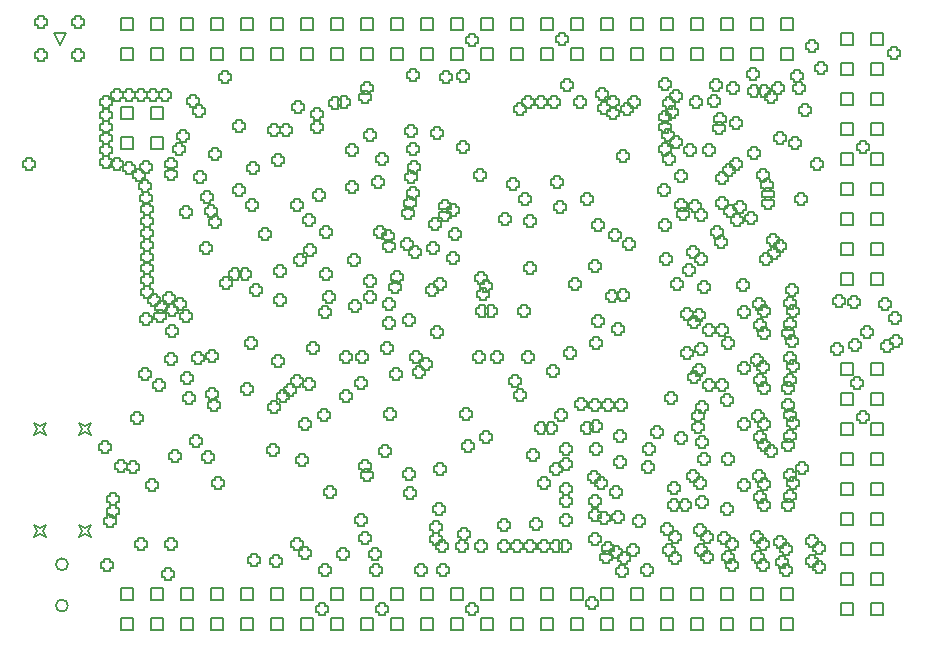
<source format=gbr>
%TF.GenerationSoftware,Altium Limited,Altium Designer,22.7.1 (60)*%
G04 Layer_Color=2752767*
%FSLAX45Y45*%
%MOMM*%
%TF.SameCoordinates,C880B6F6-60C4-4622-843B-A454360AD99E*%
%TF.FilePolarity,Positive*%
%TF.FileFunction,Drawing*%
%TF.Part,Single*%
G01*
G75*
%TA.AperFunction,NonConductor*%
%ADD688C,0.12700*%
%ADD689C,0.16933*%
D688*
X8077200Y2298700D02*
Y2400300D01*
X8178800D01*
Y2298700D01*
X8077200D01*
Y2044700D02*
Y2146300D01*
X8178800D01*
Y2044700D01*
X8077200D01*
Y1790700D02*
Y1892300D01*
X8178800D01*
Y1790700D01*
X8077200D01*
Y1536700D02*
Y1638300D01*
X8178800D01*
Y1536700D01*
X8077200D01*
Y1282700D02*
Y1384300D01*
X8178800D01*
Y1282700D01*
X8077200D01*
Y1028700D02*
Y1130300D01*
X8178800D01*
Y1028700D01*
X8077200D01*
Y774700D02*
Y876300D01*
X8178800D01*
Y774700D01*
X8077200D01*
X8331200Y2298700D02*
Y2400300D01*
X8432800D01*
Y2298700D01*
X8331200D01*
Y2044700D02*
Y2146300D01*
X8432800D01*
Y2044700D01*
X8331200D01*
Y1790700D02*
Y1892300D01*
X8432800D01*
Y1790700D01*
X8331200D01*
Y1536700D02*
Y1638300D01*
X8432800D01*
Y1536700D01*
X8331200D01*
Y1282700D02*
Y1384300D01*
X8432800D01*
Y1282700D01*
X8331200D01*
Y1028700D02*
Y1130300D01*
X8432800D01*
Y1028700D01*
X8331200D01*
Y774700D02*
Y876300D01*
X8432800D01*
Y774700D01*
X8331200D01*
X8077200Y520700D02*
Y622300D01*
X8178800D01*
Y520700D01*
X8077200D01*
Y266700D02*
Y368300D01*
X8178800D01*
Y266700D01*
X8077200D01*
X8331200Y520700D02*
Y622300D01*
X8432800D01*
Y520700D01*
X8331200D01*
Y266700D02*
Y368300D01*
X8432800D01*
Y266700D01*
X8331200D01*
X8077200Y5092700D02*
Y5194300D01*
X8178800D01*
Y5092700D01*
X8077200D01*
Y4838700D02*
Y4940300D01*
X8178800D01*
Y4838700D01*
X8077200D01*
Y4584700D02*
Y4686300D01*
X8178800D01*
Y4584700D01*
X8077200D01*
Y4330700D02*
Y4432300D01*
X8178800D01*
Y4330700D01*
X8077200D01*
Y4076700D02*
Y4178300D01*
X8178800D01*
Y4076700D01*
X8077200D01*
Y3822700D02*
Y3924300D01*
X8178800D01*
Y3822700D01*
X8077200D01*
Y3568700D02*
Y3670300D01*
X8178800D01*
Y3568700D01*
X8077200D01*
X8331200Y5092700D02*
Y5194300D01*
X8432800D01*
Y5092700D01*
X8331200D01*
Y4838700D02*
Y4940300D01*
X8432800D01*
Y4838700D01*
X8331200D01*
Y4584700D02*
Y4686300D01*
X8432800D01*
Y4584700D01*
X8331200D01*
Y4330700D02*
Y4432300D01*
X8432800D01*
Y4330700D01*
X8331200D01*
Y4076700D02*
Y4178300D01*
X8432800D01*
Y4076700D01*
X8331200D01*
Y3822700D02*
Y3924300D01*
X8432800D01*
Y3822700D01*
X8331200D01*
Y3568700D02*
Y3670300D01*
X8432800D01*
Y3568700D01*
X8331200D01*
X8077200Y3314700D02*
Y3416300D01*
X8178800D01*
Y3314700D01*
X8077200D01*
Y3060700D02*
Y3162300D01*
X8178800D01*
Y3060700D01*
X8077200D01*
X8331200Y3314700D02*
Y3416300D01*
X8432800D01*
Y3314700D01*
X8331200D01*
Y3060700D02*
Y3162300D01*
X8432800D01*
Y3060700D01*
X8331200D01*
X1981200Y139700D02*
Y241300D01*
X2082800D01*
Y139700D01*
X1981200D01*
X2235200D02*
Y241300D01*
X2336800D01*
Y139700D01*
X2235200D01*
X2489200D02*
Y241300D01*
X2590800D01*
Y139700D01*
X2489200D01*
X2743200D02*
Y241300D01*
X2844800D01*
Y139700D01*
X2743200D01*
X2997200D02*
Y241300D01*
X3098800D01*
Y139700D01*
X2997200D01*
X3251200D02*
Y241300D01*
X3352800D01*
Y139700D01*
X3251200D01*
X3505200D02*
Y241300D01*
X3606800D01*
Y139700D01*
X3505200D01*
X3759200D02*
Y241300D01*
X3860800D01*
Y139700D01*
X3759200D01*
X4013200D02*
Y241300D01*
X4114800D01*
Y139700D01*
X4013200D01*
X4267200D02*
Y241300D01*
X4368800D01*
Y139700D01*
X4267200D01*
X4521200D02*
Y241300D01*
X4622800D01*
Y139700D01*
X4521200D01*
X4775200D02*
Y241300D01*
X4876800D01*
Y139700D01*
X4775200D01*
X5029200D02*
Y241300D01*
X5130800D01*
Y139700D01*
X5029200D01*
X5283200D02*
Y241300D01*
X5384800D01*
Y139700D01*
X5283200D01*
X5537200D02*
Y241300D01*
X5638800D01*
Y139700D01*
X5537200D01*
X5791200D02*
Y241300D01*
X5892800D01*
Y139700D01*
X5791200D01*
X6045200D02*
Y241300D01*
X6146800D01*
Y139700D01*
X6045200D01*
X6299200D02*
Y241300D01*
X6400800D01*
Y139700D01*
X6299200D01*
X6553200D02*
Y241300D01*
X6654800D01*
Y139700D01*
X6553200D01*
X6807200D02*
Y241300D01*
X6908800D01*
Y139700D01*
X6807200D01*
X7061200D02*
Y241300D01*
X7162800D01*
Y139700D01*
X7061200D01*
X7315200D02*
Y241300D01*
X7416800D01*
Y139700D01*
X7315200D01*
X7569200D02*
Y241300D01*
X7670800D01*
Y139700D01*
X7569200D01*
X1981200Y393700D02*
Y495300D01*
X2082800D01*
Y393700D01*
X1981200D01*
X2235200D02*
Y495300D01*
X2336800D01*
Y393700D01*
X2235200D01*
X2489200D02*
Y495300D01*
X2590800D01*
Y393700D01*
X2489200D01*
X2743200D02*
Y495300D01*
X2844800D01*
Y393700D01*
X2743200D01*
X2997200D02*
Y495300D01*
X3098800D01*
Y393700D01*
X2997200D01*
X3251200D02*
Y495300D01*
X3352800D01*
Y393700D01*
X3251200D01*
X3505200D02*
Y495300D01*
X3606800D01*
Y393700D01*
X3505200D01*
X3759200D02*
Y495300D01*
X3860800D01*
Y393700D01*
X3759200D01*
X4013200D02*
Y495300D01*
X4114800D01*
Y393700D01*
X4013200D01*
X4267200D02*
Y495300D01*
X4368800D01*
Y393700D01*
X4267200D01*
X4521200D02*
Y495300D01*
X4622800D01*
Y393700D01*
X4521200D01*
X4775200D02*
Y495300D01*
X4876800D01*
Y393700D01*
X4775200D01*
X5029200D02*
Y495300D01*
X5130800D01*
Y393700D01*
X5029200D01*
X5283200D02*
Y495300D01*
X5384800D01*
Y393700D01*
X5283200D01*
X5537200D02*
Y495300D01*
X5638800D01*
Y393700D01*
X5537200D01*
X5791200D02*
Y495300D01*
X5892800D01*
Y393700D01*
X5791200D01*
X6045200D02*
Y495300D01*
X6146800D01*
Y393700D01*
X6045200D01*
X6299200D02*
Y495300D01*
X6400800D01*
Y393700D01*
X6299200D01*
X6553200D02*
Y495300D01*
X6654800D01*
Y393700D01*
X6553200D01*
X6807200D02*
Y495300D01*
X6908800D01*
Y393700D01*
X6807200D01*
X7061200D02*
Y495300D01*
X7162800D01*
Y393700D01*
X7061200D01*
X7315200D02*
Y495300D01*
X7416800D01*
Y393700D01*
X7315200D01*
X7569200D02*
Y495300D01*
X7670800D01*
Y393700D01*
X7569200D01*
X1981200Y4965700D02*
Y5067300D01*
X2082800D01*
Y4965700D01*
X1981200D01*
X2235200D02*
Y5067300D01*
X2336800D01*
Y4965700D01*
X2235200D01*
X2489200D02*
Y5067300D01*
X2590800D01*
Y4965700D01*
X2489200D01*
X2743200D02*
Y5067300D01*
X2844800D01*
Y4965700D01*
X2743200D01*
X2997200D02*
Y5067300D01*
X3098800D01*
Y4965700D01*
X2997200D01*
X3251200D02*
Y5067300D01*
X3352800D01*
Y4965700D01*
X3251200D01*
X3505200D02*
Y5067300D01*
X3606800D01*
Y4965700D01*
X3505200D01*
X3759200D02*
Y5067300D01*
X3860800D01*
Y4965700D01*
X3759200D01*
X4013200D02*
Y5067300D01*
X4114800D01*
Y4965700D01*
X4013200D01*
X4267200D02*
Y5067300D01*
X4368800D01*
Y4965700D01*
X4267200D01*
X4521200D02*
Y5067300D01*
X4622800D01*
Y4965700D01*
X4521200D01*
X4775200D02*
Y5067300D01*
X4876800D01*
Y4965700D01*
X4775200D01*
X5029200D02*
Y5067300D01*
X5130800D01*
Y4965700D01*
X5029200D01*
X5283200D02*
Y5067300D01*
X5384800D01*
Y4965700D01*
X5283200D01*
X5537200D02*
Y5067300D01*
X5638800D01*
Y4965700D01*
X5537200D01*
X5791200D02*
Y5067300D01*
X5892800D01*
Y4965700D01*
X5791200D01*
X6045200D02*
Y5067300D01*
X6146800D01*
Y4965700D01*
X6045200D01*
X6299200D02*
Y5067300D01*
X6400800D01*
Y4965700D01*
X6299200D01*
X6553200D02*
Y5067300D01*
X6654800D01*
Y4965700D01*
X6553200D01*
X6807200D02*
Y5067300D01*
X6908800D01*
Y4965700D01*
X6807200D01*
X7061200D02*
Y5067300D01*
X7162800D01*
Y4965700D01*
X7061200D01*
X7315200D02*
Y5067300D01*
X7416800D01*
Y4965700D01*
X7315200D01*
X7569200D02*
Y5067300D01*
X7670800D01*
Y4965700D01*
X7569200D01*
X1981200Y5219700D02*
Y5321300D01*
X2082800D01*
Y5219700D01*
X1981200D01*
X2235200D02*
Y5321300D01*
X2336800D01*
Y5219700D01*
X2235200D01*
X2489200D02*
Y5321300D01*
X2590800D01*
Y5219700D01*
X2489200D01*
X2743200D02*
Y5321300D01*
X2844800D01*
Y5219700D01*
X2743200D01*
X2997200D02*
Y5321300D01*
X3098800D01*
Y5219700D01*
X2997200D01*
X3251200D02*
Y5321300D01*
X3352800D01*
Y5219700D01*
X3251200D01*
X3505200D02*
Y5321300D01*
X3606800D01*
Y5219700D01*
X3505200D01*
X3759200D02*
Y5321300D01*
X3860800D01*
Y5219700D01*
X3759200D01*
X4013200D02*
Y5321300D01*
X4114800D01*
Y5219700D01*
X4013200D01*
X4267200D02*
Y5321300D01*
X4368800D01*
Y5219700D01*
X4267200D01*
X4521200D02*
Y5321300D01*
X4622800D01*
Y5219700D01*
X4521200D01*
X4775200D02*
Y5321300D01*
X4876800D01*
Y5219700D01*
X4775200D01*
X5029200D02*
Y5321300D01*
X5130800D01*
Y5219700D01*
X5029200D01*
X5283200D02*
Y5321300D01*
X5384800D01*
Y5219700D01*
X5283200D01*
X5537200D02*
Y5321300D01*
X5638800D01*
Y5219700D01*
X5537200D01*
X5791200D02*
Y5321300D01*
X5892800D01*
Y5219700D01*
X5791200D01*
X6045200D02*
Y5321300D01*
X6146800D01*
Y5219700D01*
X6045200D01*
X6299200D02*
Y5321300D01*
X6400800D01*
Y5219700D01*
X6299200D01*
X6553200D02*
Y5321300D01*
X6654800D01*
Y5219700D01*
X6553200D01*
X6807200D02*
Y5321300D01*
X6908800D01*
Y5219700D01*
X6807200D01*
X7061200D02*
Y5321300D01*
X7162800D01*
Y5219700D01*
X7061200D01*
X7315200D02*
Y5321300D01*
X7416800D01*
Y5219700D01*
X7315200D01*
X7569200D02*
Y5321300D01*
X7670800D01*
Y5219700D01*
X7569200D01*
X2235200Y4461600D02*
Y4563200D01*
X2336800D01*
Y4461600D01*
X2235200D01*
Y4207600D02*
Y4309200D01*
X2336800D01*
Y4207600D01*
X2235200D01*
X1981200Y4461600D02*
Y4563200D01*
X2082800D01*
Y4461600D01*
X1981200D01*
Y4207600D02*
Y4309200D01*
X2082800D01*
Y4207600D01*
X1981200D01*
X1621200Y927200D02*
X1646600Y978000D01*
X1621200Y1028800D01*
X1672000Y1003400D01*
X1722800Y1028800D01*
X1697400Y978000D01*
X1722800Y927200D01*
X1672000Y952600D01*
X1621200Y927200D01*
X1241200D02*
X1266600Y978000D01*
X1241200Y1028800D01*
X1292000Y1003400D01*
X1342800Y1028800D01*
X1317400Y978000D01*
X1342800Y927200D01*
X1292000Y952600D01*
X1241200Y927200D01*
X1621200Y1791200D02*
X1646600Y1842000D01*
X1621200Y1892800D01*
X1672000Y1867400D01*
X1722800Y1892800D01*
X1697400Y1842000D01*
X1722800Y1791200D01*
X1672000Y1816600D01*
X1621200Y1791200D01*
X1241200D02*
X1266600Y1842000D01*
X1241200Y1892800D01*
X1292000Y1867400D01*
X1342800Y1892800D01*
X1317400Y1842000D01*
X1342800Y1791200D01*
X1292000Y1816600D01*
X1241200Y1791200D01*
X1460500Y5092700D02*
X1409700Y5194300D01*
X1511300D01*
X1460500Y5092700D01*
X3844600Y4587100D02*
Y4561700D01*
X3895400D01*
Y4587100D01*
X3920800D01*
Y4637900D01*
X3895400D01*
Y4663300D01*
X3844600D01*
Y4637900D01*
X3819200D01*
Y4587100D01*
X3844600D01*
X4414600Y4334600D02*
Y4309200D01*
X4465400D01*
Y4334600D01*
X4490800D01*
Y4385400D01*
X4465400D01*
Y4410800D01*
X4414600D01*
Y4385400D01*
X4389200D01*
Y4334600D01*
X4414600D01*
X1275100Y5258100D02*
Y5232700D01*
X1325900D01*
Y5258100D01*
X1351300D01*
Y5308900D01*
X1325900D01*
Y5334300D01*
X1275100D01*
Y5308900D01*
X1249700D01*
Y5258100D01*
X1275100D01*
Y4978100D02*
Y4952700D01*
X1325900D01*
Y4978100D01*
X1351300D01*
Y5028900D01*
X1325900D01*
Y5054300D01*
X1275100D01*
Y5028900D01*
X1249700D01*
Y4978100D01*
X1275100D01*
X1595100D02*
Y4952700D01*
X1645900D01*
Y4978100D01*
X1671300D01*
Y5028900D01*
X1645900D01*
Y5054300D01*
X1595100D01*
Y5028900D01*
X1569700D01*
Y4978100D01*
X1595100D01*
Y5258100D02*
Y5232700D01*
X1645900D01*
Y5258100D01*
X1671300D01*
Y5308900D01*
X1645900D01*
Y5334300D01*
X1595100D01*
Y5308900D01*
X1569700D01*
Y5258100D01*
X1595100D01*
X4657347Y1478002D02*
Y1452602D01*
X4708147D01*
Y1478002D01*
X4733547D01*
Y1528802D01*
X4708147D01*
Y1554202D01*
X4657347D01*
Y1528802D01*
X4631947D01*
Y1478002D01*
X4657347D01*
X7353377Y2873139D02*
Y2847739D01*
X7404177D01*
Y2873139D01*
X7429577D01*
Y2923939D01*
X7404177D01*
Y2949339D01*
X7353377D01*
Y2923939D01*
X7327977D01*
Y2873139D01*
X7353377D01*
X7354669Y1416014D02*
Y1390614D01*
X7405469D01*
Y1416014D01*
X7430869D01*
Y1466814D01*
X7405469D01*
Y1492214D01*
X7354669D01*
Y1466814D01*
X7329269D01*
Y1416014D01*
X7354669D01*
X7351772Y1926059D02*
Y1900659D01*
X7402572D01*
Y1926059D01*
X7427972D01*
Y1976859D01*
X7402572D01*
Y2002259D01*
X7351772D01*
Y1976859D01*
X7326372D01*
Y1926059D01*
X7351772D01*
X7398990Y1860014D02*
Y1834614D01*
X7449790D01*
Y1860014D01*
X7475190D01*
Y1910814D01*
X7449790D01*
Y1936214D01*
X7398990D01*
Y1910814D01*
X7373590D01*
Y1860014D01*
X7398990D01*
X6047413Y4536755D02*
Y4511355D01*
X6098213D01*
Y4536755D01*
X6123613D01*
Y4587555D01*
X6098213D01*
Y4612955D01*
X6047413D01*
Y4587555D01*
X6022013D01*
Y4536755D01*
X6047413D01*
X6117004Y4492997D02*
Y4467597D01*
X6167804D01*
Y4492997D01*
X6193204D01*
Y4543797D01*
X6167804D01*
Y4569197D01*
X6117004D01*
Y4543797D01*
X6091604D01*
Y4492997D01*
X6117004D01*
X6024600Y4654600D02*
Y4629200D01*
X6075400D01*
Y4654600D01*
X6100800D01*
Y4705400D01*
X6075400D01*
Y4730800D01*
X6024600D01*
Y4705400D01*
X5999200D01*
Y4654600D01*
X6024600D01*
X6564600Y4732100D02*
Y4706700D01*
X6615400D01*
Y4732100D01*
X6640800D01*
Y4782900D01*
X6615400D01*
Y4808300D01*
X6564600D01*
Y4782900D01*
X6539200D01*
Y4732100D01*
X6564600D01*
X6204600Y4124600D02*
Y4099200D01*
X6255400D01*
Y4124600D01*
X6280800D01*
Y4175400D01*
X6255400D01*
Y4200800D01*
X6204600D01*
Y4175400D01*
X6179200D01*
Y4124600D01*
X6204600D01*
X5981113Y1841967D02*
Y1816567D01*
X6031913D01*
Y1841967D01*
X6057313D01*
Y1892767D01*
X6031913D01*
Y1918167D01*
X5981113D01*
Y1892767D01*
X5955713D01*
Y1841967D01*
X5981113D01*
X5848582Y2030314D02*
Y2004914D01*
X5899382D01*
Y2030314D01*
X5924782D01*
Y2081114D01*
X5899382D01*
Y2106514D01*
X5848582D01*
Y2081114D01*
X5823182D01*
Y2030314D01*
X5848582D01*
X6181799Y1539383D02*
Y1513983D01*
X6232599D01*
Y1539383D01*
X6257999D01*
Y1590183D01*
X6232599D01*
Y1615583D01*
X6181799D01*
Y1590183D01*
X6156399D01*
Y1539383D01*
X6181799D01*
X6634600Y1174600D02*
Y1149200D01*
X6685400D01*
Y1174600D01*
X6710800D01*
Y1225400D01*
X6685400D01*
Y1250800D01*
X6634600D01*
Y1225400D01*
X6609200D01*
Y1174600D01*
X6634600D01*
Y1314600D02*
Y1289200D01*
X6685400D01*
Y1314600D01*
X6710800D01*
Y1365400D01*
X6685400D01*
Y1390800D01*
X6634600D01*
Y1365400D01*
X6609200D01*
Y1314600D01*
X6634600D01*
X5994124Y2727348D02*
Y2701948D01*
X6044924D01*
Y2727348D01*
X6070324D01*
Y2778148D01*
X6044924D01*
Y2803548D01*
X5994124D01*
Y2778148D01*
X5968724D01*
Y2727348D01*
X5994124D01*
X5992725Y3538195D02*
Y3512795D01*
X6043525D01*
Y3538195D01*
X6068925D01*
Y3588995D01*
X6043525D01*
Y3614395D01*
X5992725D01*
Y3588995D01*
X5967325D01*
Y3538195D01*
X5992725D01*
X5203857Y3595907D02*
Y3570507D01*
X5254657D01*
Y3595907D01*
X5280057D01*
Y3646707D01*
X5254657D01*
Y3672107D01*
X5203857D01*
Y3646707D01*
X5178457D01*
Y3595907D01*
X5203857D01*
X5677923Y1934598D02*
Y1909198D01*
X5728723D01*
Y1934598D01*
X5754123D01*
Y1985398D01*
X5728723D01*
Y2010798D01*
X5677923D01*
Y1985398D01*
X5652523D01*
Y1934598D01*
X5677923D01*
X6695982Y3953218D02*
Y3927818D01*
X6746782D01*
Y3953218D01*
X6772182D01*
Y4004018D01*
X6746782D01*
Y4029418D01*
X6695982D01*
Y4004018D01*
X6670582D01*
Y3953218D01*
X6695982D01*
X6594600Y4104600D02*
Y4079200D01*
X6645400D01*
Y4104600D01*
X6670800D01*
Y4155400D01*
X6645400D01*
Y4180800D01*
X6594600D01*
Y4155400D01*
X6569200D01*
Y4104600D01*
X6594600D01*
X6551080Y3841938D02*
Y3816538D01*
X6601880D01*
Y3841938D01*
X6627280D01*
Y3892738D01*
X6601880D01*
Y3918138D01*
X6551080D01*
Y3892738D01*
X6525680D01*
Y3841938D01*
X6551080D01*
X6559088Y3539115D02*
Y3513715D01*
X6609888D01*
Y3539115D01*
X6635288D01*
Y3589915D01*
X6609888D01*
Y3615315D01*
X6559088D01*
Y3589915D01*
X6533688D01*
Y3539115D01*
X6559088D01*
X6874600Y1194600D02*
Y1169200D01*
X6925400D01*
Y1194600D01*
X6950800D01*
Y1245400D01*
X6925400D01*
Y1270800D01*
X6874600D01*
Y1245400D01*
X6849200D01*
Y1194600D01*
X6874600D01*
X7087173Y1137174D02*
Y1111774D01*
X7137973D01*
Y1137174D01*
X7163373D01*
Y1187974D01*
X7137973D01*
Y1213374D01*
X7087173D01*
Y1187974D01*
X7061773D01*
Y1137174D01*
X7087173D01*
X7618568Y1423824D02*
Y1398424D01*
X7669368D01*
Y1423824D01*
X7694768D01*
Y1474624D01*
X7669368D01*
Y1500024D01*
X7618568D01*
Y1474624D01*
X7593168D01*
Y1423824D01*
X7618568D01*
X7600805Y2022100D02*
Y1996700D01*
X7651605D01*
Y2022100D01*
X7677005D01*
Y2072900D01*
X7651605D01*
Y2098300D01*
X7600805D01*
Y2072900D01*
X7575405D01*
Y2022100D01*
X7600805D01*
X7603493Y2159988D02*
Y2134588D01*
X7654293D01*
Y2159988D01*
X7679693D01*
Y2210788D01*
X7654293D01*
Y2236188D01*
X7603493D01*
Y2210788D01*
X7578093D01*
Y2159988D01*
X7603493D01*
X7637879Y2558584D02*
Y2533184D01*
X7688679D01*
Y2558584D01*
X7714079D01*
Y2609384D01*
X7688679D01*
Y2634784D01*
X7637879D01*
Y2609384D01*
X7612479D01*
Y2558584D01*
X7637879D01*
X7648136Y2344898D02*
Y2319498D01*
X7698936D01*
Y2344898D01*
X7724336D01*
Y2395698D01*
X7698936D01*
Y2421098D01*
X7648136D01*
Y2395698D01*
X7622736D01*
Y2344898D01*
X7648136D01*
X7618568Y2413823D02*
Y2388423D01*
X7669368D01*
Y2413823D01*
X7694768D01*
Y2464623D01*
X7669368D01*
Y2490023D01*
X7618568D01*
Y2464623D01*
X7593168D01*
Y2413823D01*
X7618568D01*
X7634600Y2994600D02*
Y2969200D01*
X7685400D01*
Y2994600D01*
X7710800D01*
Y3045400D01*
X7685400D01*
Y3070800D01*
X7634600D01*
Y3045400D01*
X7609200D01*
Y2994600D01*
X7634600D01*
X7459712Y1631401D02*
Y1606001D01*
X7510512D01*
Y1631401D01*
X7535912D01*
Y1682201D01*
X7510512D01*
Y1707601D01*
X7459712D01*
Y1682201D01*
X7434312D01*
Y1631401D01*
X7459712D01*
X7365009Y1747027D02*
Y1721627D01*
X7415809D01*
Y1747027D01*
X7441209D01*
Y1797827D01*
X7415809D01*
Y1823227D01*
X7365009D01*
Y1797827D01*
X7339609D01*
Y1747027D01*
X7365009D01*
X7399723Y1680544D02*
Y1655144D01*
X7450523D01*
Y1680544D01*
X7475923D01*
Y1731344D01*
X7450523D01*
Y1756744D01*
X7399723D01*
Y1731344D01*
X7374323D01*
Y1680544D01*
X7399723D01*
X6734600Y1174600D02*
Y1149200D01*
X6785400D01*
Y1174600D01*
X6810800D01*
Y1225400D01*
X6785400D01*
Y1250800D01*
X6734600D01*
Y1225400D01*
X6709200D01*
Y1174600D01*
X6734600D01*
X6165990Y1073210D02*
Y1047810D01*
X6216790D01*
Y1073210D01*
X6242190D01*
Y1124010D01*
X6216790D01*
Y1149410D01*
X6165990D01*
Y1124010D01*
X6140590D01*
Y1073210D01*
X6165990D01*
X4215181Y3445870D02*
Y3420470D01*
X4265981D01*
Y3445870D01*
X4291381D01*
Y3496670D01*
X4265981D01*
Y3522070D01*
X4215181D01*
Y3496670D01*
X4189781D01*
Y3445870D01*
X4215181D01*
X4152417Y3486927D02*
Y3461527D01*
X4203217D01*
Y3486927D01*
X4228617D01*
Y3537727D01*
X4203217D01*
Y3563127D01*
X4152417D01*
Y3537727D01*
X4127017D01*
Y3486927D01*
X4152417D01*
X4224600Y3364600D02*
Y3339200D01*
X4275400D01*
Y3364600D01*
X4300800D01*
Y3415400D01*
X4275400D01*
Y3440800D01*
X4224600D01*
Y3415400D01*
X4199200D01*
Y3364600D01*
X4224600D01*
X6567729Y3250307D02*
Y3224907D01*
X6618529D01*
Y3250307D01*
X6643929D01*
Y3301107D01*
X6618529D01*
Y3326507D01*
X6567729D01*
Y3301107D01*
X6542329D01*
Y3250307D01*
X6567729D01*
X4034600Y4704600D02*
Y4679200D01*
X4085400D01*
Y4704600D01*
X4110800D01*
Y4755400D01*
X4085400D01*
Y4780800D01*
X4034600D01*
Y4755400D01*
X4009200D01*
Y4704600D01*
X4034600D01*
X4024600Y4624600D02*
Y4599200D01*
X4075400D01*
Y4624600D01*
X4100800D01*
Y4675400D01*
X4075400D01*
Y4700800D01*
X4024600D01*
Y4675400D01*
X3999200D01*
Y4624600D01*
X4024600D01*
X3764600Y4574600D02*
Y4549200D01*
X3815400D01*
Y4574600D01*
X3840800D01*
Y4625400D01*
X3815400D01*
Y4650800D01*
X3764600D01*
Y4625400D01*
X3739200D01*
Y4574600D01*
X3764600D01*
X4624600Y884600D02*
Y859200D01*
X4675400D01*
Y884600D01*
X4700800D01*
Y935400D01*
X4675400D01*
Y960800D01*
X4624600D01*
Y935400D01*
X4599200D01*
Y884600D01*
X4624600D01*
X4674600Y824600D02*
Y799200D01*
X4725400D01*
Y824600D01*
X4750800D01*
Y875400D01*
X4725400D01*
Y900800D01*
X4674600D01*
Y875400D01*
X4649200D01*
Y824600D01*
X4674600D01*
X4856830Y925513D02*
Y900113D01*
X4907630D01*
Y925513D01*
X4933030D01*
Y976313D01*
X4907630D01*
Y1001713D01*
X4856830D01*
Y976313D01*
X4831430D01*
Y925513D01*
X4856830D01*
X4700505Y3706944D02*
Y3681544D01*
X4751305D01*
Y3706944D01*
X4776705D01*
Y3757744D01*
X4751305D01*
Y3783144D01*
X4700505D01*
Y3757744D01*
X4675105D01*
Y3706944D01*
X4700505D01*
X4763295Y3665926D02*
Y3640526D01*
X4814095D01*
Y3665926D01*
X4839495D01*
Y3716726D01*
X4814095D01*
Y3742126D01*
X4763295D01*
Y3716726D01*
X4737895D01*
Y3665926D01*
X4763295D01*
X3554600Y3334600D02*
Y3309200D01*
X3605400D01*
Y3334600D01*
X3630800D01*
Y3385400D01*
X3605400D01*
Y3410800D01*
X3554600D01*
Y3385400D01*
X3529200D01*
Y3334600D01*
X3554600D01*
X3614600Y4374600D02*
Y4349200D01*
X3665400D01*
Y4374600D01*
X3690800D01*
Y4425400D01*
X3665400D01*
Y4450800D01*
X3614600D01*
Y4425400D01*
X3589200D01*
Y4374600D01*
X3614600D01*
X8424600Y2874600D02*
Y2849200D01*
X8475400D01*
Y2874600D01*
X8500800D01*
Y2925400D01*
X8475400D01*
Y2950800D01*
X8424600D01*
Y2925400D01*
X8399200D01*
Y2874600D01*
X8424600D01*
X4874600Y1944600D02*
Y1919200D01*
X4925400D01*
Y1944600D01*
X4950800D01*
Y1995400D01*
X4925400D01*
Y2020800D01*
X4874600D01*
Y1995400D01*
X4849200D01*
Y1944600D01*
X4874600D01*
X2954600Y3834600D02*
Y3809200D01*
X3005400D01*
Y3834600D01*
X3030800D01*
Y3885400D01*
X3005400D01*
Y3910800D01*
X2954600D01*
Y3885400D01*
X2929200D01*
Y3834600D01*
X2954600D01*
X2614600Y4507433D02*
Y4482033D01*
X2665400D01*
Y4507433D01*
X2690800D01*
Y4558233D01*
X2665400D01*
Y4583633D01*
X2614600D01*
Y4558233D01*
X2589200D01*
Y4507433D01*
X2614600D01*
X6240222Y4528121D02*
Y4502721D01*
X6291022D01*
Y4528121D01*
X6316422D01*
Y4578921D01*
X6291022D01*
Y4604321D01*
X6240222D01*
Y4578921D01*
X6214822D01*
Y4528121D01*
X6240222D01*
X4374600Y3384600D02*
Y3359200D01*
X4425400D01*
Y3384600D01*
X4450800D01*
Y3435400D01*
X4425400D01*
Y3460800D01*
X4374600D01*
Y3435400D01*
X4349200D01*
Y3384600D01*
X4374600D01*
X4444747Y3309906D02*
Y3284506D01*
X4495547D01*
Y3309906D01*
X4520947D01*
Y3360706D01*
X4495547D01*
Y3386106D01*
X4444747D01*
Y3360706D01*
X4419347D01*
Y3309906D01*
X4444747D01*
X7134337Y4698583D02*
Y4673183D01*
X7185137D01*
Y4698583D01*
X7210537D01*
Y4749383D01*
X7185137D01*
Y4774783D01*
X7134337D01*
Y4749383D01*
X7108937D01*
Y4698583D01*
X7134337D01*
X6990127Y4729489D02*
Y4704089D01*
X7040927D01*
Y4729489D01*
X7066327D01*
Y4780289D01*
X7040927D01*
Y4805689D01*
X6990127D01*
Y4780289D01*
X6964727D01*
Y4729489D01*
X6990127D01*
X7023736Y4441248D02*
Y4415848D01*
X7074536D01*
Y4441248D01*
X7099936D01*
Y4492048D01*
X7074536D01*
Y4517448D01*
X7023736D01*
Y4492048D01*
X6998336D01*
Y4441248D01*
X7023736D01*
X7015726Y4364300D02*
Y4338900D01*
X7066526D01*
Y4364300D01*
X7091926D01*
Y4415100D01*
X7066526D01*
Y4440500D01*
X7015726D01*
Y4415100D01*
X6990326D01*
Y4364300D01*
X7015726D01*
X7514600Y4704600D02*
Y4679200D01*
X7565400D01*
Y4704600D01*
X7590800D01*
Y4755400D01*
X7565400D01*
Y4780800D01*
X7514600D01*
Y4755400D01*
X7489200D01*
Y4704600D01*
X7514600D01*
X7677100Y4804600D02*
Y4779200D01*
X7727900D01*
Y4804600D01*
X7753300D01*
Y4855400D01*
X7727900D01*
Y4880800D01*
X7677100D01*
Y4855400D01*
X7651700D01*
Y4804600D01*
X7677100D01*
X3514600Y1854600D02*
Y1829200D01*
X3565400D01*
Y1854600D01*
X3590800D01*
Y1905400D01*
X3565400D01*
Y1930800D01*
X3514600D01*
Y1905400D01*
X3489200D01*
Y1854600D01*
X3514600D01*
X5444600Y1594600D02*
Y1569200D01*
X5495400D01*
Y1594600D01*
X5520800D01*
Y1645400D01*
X5495400D01*
Y1670800D01*
X5444600D01*
Y1645400D01*
X5419200D01*
Y1594600D01*
X5444600D01*
X7647430Y1864600D02*
Y1839200D01*
X7698230D01*
Y1864600D01*
X7723630D01*
Y1915400D01*
X7698230D01*
Y1940800D01*
X7647430D01*
Y1915400D01*
X7622030D01*
Y1864600D01*
X7647430D01*
X7710377Y3765005D02*
Y3739605D01*
X7761177D01*
Y3765005D01*
X7786577D01*
Y3815805D01*
X7761177D01*
Y3841205D01*
X7710377D01*
Y3815805D01*
X7684977D01*
Y3765005D01*
X7710377D01*
X5294600Y2224600D02*
Y2199200D01*
X5345400D01*
Y2224600D01*
X5370800D01*
Y2275400D01*
X5345400D01*
Y2300800D01*
X5294600D01*
Y2275400D01*
X5269200D01*
Y2224600D01*
X5294600D01*
X4984600Y2424600D02*
Y2399200D01*
X5035400D01*
Y2424600D01*
X5060800D01*
Y2475400D01*
X5035400D01*
Y2500800D01*
X4984600D01*
Y2475400D01*
X4959200D01*
Y2424600D01*
X4984600D01*
X3444600Y3714433D02*
Y3689032D01*
X3495400D01*
Y3714433D01*
X3520800D01*
Y3765232D01*
X3495400D01*
Y3790633D01*
X3444600D01*
Y3765232D01*
X3419200D01*
Y3714433D01*
X3444600D01*
X2442398Y4181429D02*
Y4156029D01*
X2493198D01*
Y4181429D01*
X2518598D01*
Y4232229D01*
X2493198D01*
Y4257629D01*
X2442398D01*
Y4232229D01*
X2416998D01*
Y4181429D01*
X2442398D01*
X6936236Y2655480D02*
Y2630080D01*
X6987036D01*
Y2655480D01*
X7012436D01*
Y2706280D01*
X6987036D01*
Y2731680D01*
X6936236D01*
Y2706280D01*
X6910836D01*
Y2655480D01*
X6936236D01*
X6852225Y2313352D02*
Y2287952D01*
X6903025D01*
Y2313352D01*
X6928425D01*
Y2364152D01*
X6903025D01*
Y2389552D01*
X6852225D01*
Y2364152D01*
X6826825D01*
Y2313352D01*
X6852225D01*
X6937289Y2185097D02*
Y2159697D01*
X6988089D01*
Y2185097D01*
X7013489D01*
Y2235897D01*
X6988089D01*
Y2261297D01*
X6937289D01*
Y2235897D01*
X6911889D01*
Y2185097D01*
X6937289D01*
X6164600Y2664600D02*
Y2639200D01*
X6215400D01*
Y2664600D01*
X6240800D01*
Y2715400D01*
X6215400D01*
Y2740800D01*
X6164600D01*
Y2715400D01*
X6139200D01*
Y2664600D01*
X6164600D01*
X3633460Y3792100D02*
Y3766700D01*
X3684260D01*
Y3792100D01*
X3709660D01*
Y3842900D01*
X3684260D01*
Y3868300D01*
X3633460D01*
Y3842900D01*
X3608060D01*
Y3792100D01*
X3633460D01*
X6074600Y804600D02*
Y779200D01*
X6125400D01*
Y804600D01*
X6150800D01*
Y855400D01*
X6125400D01*
Y880800D01*
X6074600D01*
Y855400D01*
X6049200D01*
Y804600D01*
X6074600D01*
X6061712Y730716D02*
Y705316D01*
X6112512D01*
Y730716D01*
X6137912D01*
Y781516D01*
X6112512D01*
Y806916D01*
X6061712D01*
Y781516D01*
X6036312D01*
Y730716D01*
X6061712D01*
X5964600Y887100D02*
Y861700D01*
X6015400D01*
Y887100D01*
X6040800D01*
Y937900D01*
X6015400D01*
Y963300D01*
X5964600D01*
Y937900D01*
X5939200D01*
Y887100D01*
X5964600D01*
X6294600Y794600D02*
Y769200D01*
X6345400D01*
Y794600D01*
X6370800D01*
Y845400D01*
X6345400D01*
Y870800D01*
X6294600D01*
Y845400D01*
X6269200D01*
Y794600D01*
X6294600D01*
X6144600Y774600D02*
Y749200D01*
X6195400D01*
Y774600D01*
X6220800D01*
Y825400D01*
X6195400D01*
Y850800D01*
X6144600D01*
Y825400D01*
X6119200D01*
Y774600D01*
X6144600D01*
X6344600Y1034600D02*
Y1009200D01*
X6395400D01*
Y1034600D01*
X6420800D01*
Y1085400D01*
X6395400D01*
Y1110800D01*
X6344600D01*
Y1085400D01*
X6319200D01*
Y1034600D01*
X6344600D01*
X6409985Y622509D02*
Y597109D01*
X6460785D01*
Y622509D01*
X6486185D01*
Y673309D01*
X6460785D01*
Y698709D01*
X6409985D01*
Y673309D01*
X6384585D01*
Y622509D01*
X6409985D01*
X6194600Y614600D02*
Y589200D01*
X6245400D01*
Y614600D01*
X6270800D01*
Y665400D01*
X6245400D01*
Y690800D01*
X6194600D01*
Y665400D01*
X6169200D01*
Y614600D01*
X6194600D01*
X5014600Y2814600D02*
Y2789200D01*
X5065400D01*
Y2814600D01*
X5090800D01*
Y2865400D01*
X5065400D01*
Y2890800D01*
X5014600D01*
Y2865400D01*
X4989200D01*
Y2814600D01*
X5014600D01*
X4394600Y2734600D02*
Y2709200D01*
X4445400D01*
Y2734600D01*
X4470800D01*
Y2785400D01*
X4445400D01*
Y2810800D01*
X4394600D01*
Y2785400D01*
X4369200D01*
Y2734600D01*
X4394600D01*
X4612853Y3554786D02*
Y3529386D01*
X4663653D01*
Y3554786D01*
X4689053D01*
Y3605586D01*
X4663653D01*
Y3630986D01*
X4612853D01*
Y3605586D01*
X4587453D01*
Y3554786D01*
X4612853D01*
X6665350Y3046693D02*
Y3021293D01*
X6716150D01*
Y3046693D01*
X6741550D01*
Y3097493D01*
X6716150D01*
Y3122893D01*
X6665350D01*
Y3097493D01*
X6639950D01*
Y3046693D01*
X6665350D01*
X2482830Y4297475D02*
Y4272075D01*
X2533630D01*
Y4297475D01*
X2559030D01*
Y4348275D01*
X2533630D01*
Y4373675D01*
X2482830D01*
Y4348275D01*
X2457430D01*
Y4297475D01*
X2482830D01*
X6773717Y4173751D02*
Y4148351D01*
X6824517D01*
Y4173751D01*
X6849917D01*
Y4224551D01*
X6824517D01*
Y4249951D01*
X6773717D01*
Y4224551D01*
X6748317D01*
Y4173751D01*
X6773717D01*
X5969600Y1086261D02*
Y1060861D01*
X6020400D01*
Y1086261D01*
X6045800D01*
Y1137061D01*
X6020400D01*
Y1162461D01*
X5969600D01*
Y1137061D01*
X5944200D01*
Y1086261D01*
X5969600D01*
X6043387Y1065156D02*
Y1039756D01*
X6094187D01*
Y1065156D01*
X6119587D01*
Y1115956D01*
X6094187D01*
Y1141356D01*
X6043387D01*
Y1115956D01*
X6017987D01*
Y1065156D01*
X6043387D01*
X5724600Y1644600D02*
Y1619200D01*
X5775400D01*
Y1644600D01*
X5800800D01*
Y1695400D01*
X5775400D01*
Y1720800D01*
X5724600D01*
Y1695400D01*
X5699200D01*
Y1644600D01*
X5724600D01*
X5904600Y1824600D02*
Y1799200D01*
X5955400D01*
Y1824600D01*
X5980800D01*
Y1875400D01*
X5955400D01*
Y1900800D01*
X5904600D01*
Y1875400D01*
X5879200D01*
Y1824600D01*
X5904600D01*
X5722273Y1516587D02*
Y1491187D01*
X5773073D01*
Y1516587D01*
X5798473D01*
Y1567387D01*
X5773073D01*
Y1592787D01*
X5722273D01*
Y1567387D01*
X5696873D01*
Y1516587D01*
X5722273D01*
X5754600Y2461150D02*
Y2435750D01*
X5805400D01*
Y2461150D01*
X5830800D01*
Y2511950D01*
X5805400D01*
Y2537350D01*
X5754600D01*
Y2511950D01*
X5729200D01*
Y2461150D01*
X5754600D01*
X6076032Y2018779D02*
Y1993379D01*
X6126832D01*
Y2018779D01*
X6152232D01*
Y2069579D01*
X6126832D01*
Y2094979D01*
X6076032D01*
Y2069579D01*
X6050632D01*
Y2018779D01*
X6076032D01*
X4474600Y2294600D02*
Y2269200D01*
X4525400D01*
Y2294600D01*
X4550800D01*
Y2345400D01*
X4525400D01*
Y2370800D01*
X4474600D01*
Y2345400D01*
X4449200D01*
Y2294600D01*
X4474600D01*
X4890175Y1673920D02*
Y1648520D01*
X4940975D01*
Y1673920D01*
X4966375D01*
Y1724720D01*
X4940975D01*
Y1750120D01*
X4890175D01*
Y1724720D01*
X4864775D01*
Y1673920D01*
X4890175D01*
X1860352Y1038849D02*
Y1013449D01*
X1911152D01*
Y1038849D01*
X1936552D01*
Y1089649D01*
X1911152D01*
Y1115049D01*
X1860352D01*
Y1089649D01*
X1834952D01*
Y1038849D01*
X1860352D01*
X1884600Y1124600D02*
Y1099200D01*
X1935400D01*
Y1124600D01*
X1960800D01*
Y1175400D01*
X1935400D01*
Y1200800D01*
X1884600D01*
Y1175400D01*
X1859200D01*
Y1124600D01*
X1884600D01*
X5904600Y3764600D02*
Y3739200D01*
X5955400D01*
Y3764600D01*
X5980800D01*
Y3815400D01*
X5955400D01*
Y3840800D01*
X5904600D01*
Y3815400D01*
X5879200D01*
Y3764600D01*
X5904600D01*
X5674600Y3694600D02*
Y3669200D01*
X5725400D01*
Y3694600D01*
X5750800D01*
Y3745400D01*
X5725400D01*
Y3770800D01*
X5674600D01*
Y3745400D01*
X5649200D01*
Y3694600D01*
X5674600D01*
X4992032Y3964117D02*
Y3938717D01*
X5042832D01*
Y3964117D01*
X5068232D01*
Y4014917D01*
X5042832D01*
Y4040317D01*
X4992032D01*
Y4014917D01*
X4966632D01*
Y3964117D01*
X4992032D01*
X7722100Y1483548D02*
Y1458148D01*
X7772900D01*
Y1483548D01*
X7798300D01*
Y1534348D01*
X7772900D01*
Y1559748D01*
X7722100D01*
Y1534348D01*
X7696700D01*
Y1483548D01*
X7722100D01*
X7603493Y1679988D02*
Y1654588D01*
X7654293D01*
Y1679988D01*
X7679693D01*
Y1730788D01*
X7654293D01*
Y1756188D01*
X7603493D01*
Y1730788D01*
X7578093D01*
Y1679988D01*
X7603493D01*
X1822487Y1659774D02*
Y1634374D01*
X1873287D01*
Y1659774D01*
X1898687D01*
Y1710574D01*
X1873287D01*
Y1735974D01*
X1822487D01*
Y1710574D01*
X1797087D01*
Y1659774D01*
X1822487D01*
X3484206Y1548440D02*
Y1523040D01*
X3535006D01*
Y1548440D01*
X3560406D01*
Y1599240D01*
X3535006D01*
Y1624640D01*
X3484206D01*
Y1599240D01*
X3458806D01*
Y1548440D01*
X3484206D01*
X4623605Y984600D02*
Y959200D01*
X4674405D01*
Y984600D01*
X4699805D01*
Y1035400D01*
X4674405D01*
Y1060800D01*
X4623605D01*
Y1035400D01*
X4598205D01*
Y984600D01*
X4623605D01*
X7399000Y4673756D02*
Y4648356D01*
X7449800D01*
Y4673756D01*
X7475200D01*
Y4724556D01*
X7449800D01*
Y4749956D01*
X7399000D01*
Y4724556D01*
X7373600D01*
Y4673756D01*
X7399000D01*
X7302919Y4821100D02*
Y4795700D01*
X7353719D01*
Y4821100D01*
X7379119D01*
Y4871900D01*
X7353719D01*
Y4897300D01*
X7302919D01*
Y4871900D01*
X7277519D01*
Y4821100D01*
X7302919D01*
X7314600Y4674600D02*
Y4649200D01*
X7365400D01*
Y4674600D01*
X7390800D01*
Y4725400D01*
X7365400D01*
Y4750800D01*
X7314600D01*
Y4725400D01*
X7289200D01*
Y4674600D01*
X7314600D01*
X5797216Y3044665D02*
Y3019265D01*
X5848016D01*
Y3044665D01*
X5873416D01*
Y3095465D01*
X5848016D01*
Y3120865D01*
X5797216D01*
Y3095465D01*
X5771816D01*
Y3044665D01*
X5797216D01*
X6016772Y1357907D02*
Y1332507D01*
X6067572D01*
Y1357907D01*
X6092972D01*
Y1408707D01*
X6067572D01*
Y1434107D01*
X6016772D01*
Y1408707D01*
X5991372D01*
Y1357907D01*
X6016772D01*
X5956585Y1404521D02*
Y1379121D01*
X6007385D01*
Y1404521D01*
X6032785D01*
Y1455321D01*
X6007385D01*
Y1480721D01*
X5956585D01*
Y1455321D01*
X5931185D01*
Y1404521D01*
X5956585D01*
X5976774Y1647904D02*
Y1622504D01*
X6027574D01*
Y1647904D01*
X6052974D01*
Y1698704D01*
X6027574D01*
Y1724104D01*
X5976774D01*
Y1698704D01*
X5951374D01*
Y1647904D01*
X5976774D01*
X6414600Y1494600D02*
Y1469200D01*
X6465400D01*
Y1494600D01*
X6490800D01*
Y1545400D01*
X6465400D01*
Y1570800D01*
X6414600D01*
Y1545400D01*
X6389200D01*
Y1494600D01*
X6414600D01*
X6429105Y1646141D02*
Y1620741D01*
X6479905D01*
Y1646141D01*
X6505305D01*
Y1696941D01*
X6479905D01*
Y1722341D01*
X6429105D01*
Y1696941D01*
X6403705D01*
Y1646141D01*
X6429105D01*
X6492580Y1789120D02*
Y1763720D01*
X6543380D01*
Y1789120D01*
X6568780D01*
Y1839920D01*
X6543380D01*
Y1865320D01*
X6492580D01*
Y1839920D01*
X6467180D01*
Y1789120D01*
X6492580D01*
X5465777Y1013261D02*
Y987861D01*
X5516577D01*
Y1013261D01*
X5541977D01*
Y1064061D01*
X5516577D01*
Y1089461D01*
X5465777D01*
Y1064061D01*
X5440377D01*
Y1013261D01*
X5465777D01*
X5194600Y1004600D02*
Y979200D01*
X5245400D01*
Y1004600D01*
X5270800D01*
Y1055400D01*
X5245400D01*
Y1080800D01*
X5194600D01*
Y1055400D01*
X5169200D01*
Y1004600D01*
X5194600D01*
X5724600Y1044600D02*
Y1019200D01*
X5775400D01*
Y1044600D01*
X5800800D01*
Y1095400D01*
X5775400D01*
Y1120800D01*
X5724600D01*
Y1095400D01*
X5699200D01*
Y1044600D01*
X5724600D01*
X2414600Y1584600D02*
Y1559200D01*
X2465400D01*
Y1584600D01*
X2490800D01*
Y1635400D01*
X2465400D01*
Y1660800D01*
X2414600D01*
Y1635400D01*
X2389200D01*
Y1584600D01*
X2414600D01*
X2154600Y2284600D02*
Y2259200D01*
X2205400D01*
Y2284600D01*
X2230800D01*
Y2335400D01*
X2205400D01*
Y2360800D01*
X2154600D01*
Y2335400D01*
X2129200D01*
Y2284600D01*
X2154600D01*
X7393279Y2339807D02*
Y2314407D01*
X7444079D01*
Y2339807D01*
X7469479D01*
Y2390607D01*
X7444079D01*
Y2416007D01*
X7393279D01*
Y2390607D01*
X7367879D01*
Y2339807D01*
X7393279D01*
X7343041Y2395495D02*
Y2370095D01*
X7393841D01*
Y2395495D01*
X7419241D01*
Y2446295D01*
X7393841D01*
Y2471695D01*
X7343041D01*
Y2446295D01*
X7317641D01*
Y2395495D01*
X7343041D01*
X6302543Y4583469D02*
Y4558069D01*
X6353343D01*
Y4583469D01*
X6378743D01*
Y4634269D01*
X6353343D01*
Y4659669D01*
X6302543D01*
Y4634269D01*
X6277143D01*
Y4583469D01*
X6302543D01*
X7034600Y3394600D02*
Y3369200D01*
X7085400D01*
Y3394600D01*
X7110800D01*
Y3445400D01*
X7085400D01*
Y3470800D01*
X7034600D01*
Y3445400D01*
X7009200D01*
Y3394600D01*
X7034600D01*
X7004600Y3484600D02*
Y3459200D01*
X7055400D01*
Y3484600D01*
X7080800D01*
Y3535400D01*
X7055400D01*
Y3560800D01*
X7004600D01*
Y3535400D01*
X6979200D01*
Y3484600D01*
X7004600D01*
X6864600Y3624600D02*
Y3599200D01*
X6915400D01*
Y3624600D01*
X6940800D01*
Y3675400D01*
X6915400D01*
Y3700800D01*
X6864600D01*
Y3675400D01*
X6839200D01*
Y3624600D01*
X6864600D01*
X7480334Y3303338D02*
Y3277938D01*
X7531134D01*
Y3303338D01*
X7556534D01*
Y3354138D01*
X7531134D01*
Y3379538D01*
X7480334D01*
Y3354138D01*
X7454934D01*
Y3303338D01*
X7480334D01*
X6700893Y3715010D02*
Y3689610D01*
X6751693D01*
Y3715010D01*
X6777093D01*
Y3765810D01*
X6751693D01*
Y3791210D01*
X6700893D01*
Y3765810D01*
X6675493D01*
Y3715010D01*
X6700893D01*
X7424600Y3884600D02*
Y3859200D01*
X7475400D01*
Y3884600D01*
X7500800D01*
Y3935400D01*
X7475400D01*
Y3960800D01*
X7424600D01*
Y3935400D01*
X7399200D01*
Y3884600D01*
X7424600D01*
X7434643Y3804600D02*
Y3779200D01*
X7485443D01*
Y3804600D01*
X7510843D01*
Y3855400D01*
X7485443D01*
Y3880800D01*
X7434643D01*
Y3855400D01*
X7409243D01*
Y3804600D01*
X7434643D01*
X7434600Y3724600D02*
Y3699200D01*
X7485400D01*
Y3724600D01*
X7510800D01*
Y3775400D01*
X7485400D01*
Y3800800D01*
X7434600D01*
Y3775400D01*
X7409200D01*
Y3724600D01*
X7434600D01*
X7288682Y3598587D02*
Y3573187D01*
X7339482D01*
Y3598587D01*
X7364882D01*
Y3649387D01*
X7339482D01*
Y3674787D01*
X7288682D01*
Y3649387D01*
X7263282D01*
Y3598587D01*
X7288682D01*
X7042766Y3943768D02*
Y3918368D01*
X7093566D01*
Y3943768D01*
X7118966D01*
Y3994568D01*
X7093566D01*
Y4019968D01*
X7042766D01*
Y3994568D01*
X7017366D01*
Y3943768D01*
X7042766D01*
X7194600Y3694600D02*
Y3669200D01*
X7245400D01*
Y3694600D01*
X7270800D01*
Y3745400D01*
X7245400D01*
Y3770800D01*
X7194600D01*
Y3745400D01*
X7169200D01*
Y3694600D01*
X7194600D01*
X7174600Y3584600D02*
Y3559200D01*
X7225400D01*
Y3584600D01*
X7250800D01*
Y3635400D01*
X7225400D01*
Y3660800D01*
X7174600D01*
Y3635400D01*
X7149200D01*
Y3584600D01*
X7174600D01*
X7393358Y3969581D02*
Y3944181D01*
X7444158D01*
Y3969581D01*
X7469558D01*
Y4020381D01*
X7444158D01*
Y4045781D01*
X7393358D01*
Y4020381D01*
X7367958D01*
Y3969581D01*
X7393358D01*
X7844600Y4054600D02*
Y4029200D01*
X7895400D01*
Y4054600D01*
X7920800D01*
Y4105400D01*
X7895400D01*
Y4130800D01*
X7844600D01*
Y4105400D01*
X7819200D01*
Y4054600D01*
X7844600D01*
X8499422Y4996088D02*
Y4970688D01*
X8550222D01*
Y4996088D01*
X8575622D01*
Y5046888D01*
X8550222D01*
Y5072288D01*
X8499422D01*
Y5046888D01*
X8474022D01*
Y4996088D01*
X8499422D01*
X7114600Y3664600D02*
Y3639200D01*
X7165400D01*
Y3664600D01*
X7190800D01*
Y3715400D01*
X7165400D01*
Y3740800D01*
X7114600D01*
Y3715400D01*
X7089200D01*
Y3664600D01*
X7114600D01*
X8442229Y2517686D02*
Y2492286D01*
X8493029D01*
Y2517686D01*
X8518429D01*
Y2568486D01*
X8493029D01*
Y2593886D01*
X8442229D01*
Y2568486D01*
X8416829D01*
Y2517686D01*
X8442229D01*
X7534600Y3364600D02*
Y3339200D01*
X7585400D01*
Y3364600D01*
X7610800D01*
Y3415400D01*
X7585400D01*
Y3440800D01*
X7534600D01*
Y3415400D01*
X7509200D01*
Y3364600D01*
X7534600D01*
X8034600Y2894600D02*
Y2869200D01*
X8085400D01*
Y2894600D01*
X8110800D01*
Y2945400D01*
X8085400D01*
Y2970800D01*
X8034600D01*
Y2945400D01*
X8009200D01*
Y2894600D01*
X8034600D01*
X8275641Y2632570D02*
Y2607170D01*
X8326441D01*
Y2632570D01*
X8351841D01*
Y2683370D01*
X8326441D01*
Y2708770D01*
X8275641D01*
Y2683370D01*
X8250241D01*
Y2632570D01*
X8275641D01*
X7474600Y3414600D02*
Y3389200D01*
X7525400D01*
Y3414600D01*
X7550800D01*
Y3465400D01*
X7525400D01*
Y3490800D01*
X7474600D01*
Y3465400D01*
X7449200D01*
Y3414600D01*
X7474600D01*
X7618568Y2883824D02*
Y2858424D01*
X7669368D01*
Y2883824D01*
X7694768D01*
Y2934624D01*
X7669368D01*
Y2960024D01*
X7618568D01*
Y2934624D01*
X7593168D01*
Y2883824D01*
X7618568D01*
X7648136Y2814898D02*
Y2789498D01*
X7698936D01*
Y2814898D01*
X7724336D01*
Y2865698D01*
X7698936D01*
Y2891098D01*
X7648136D01*
Y2865698D01*
X7622736D01*
Y2814898D01*
X7648136D01*
X8166420Y2524528D02*
Y2499128D01*
X8217220D01*
Y2524528D01*
X8242620D01*
Y2575328D01*
X8217220D01*
Y2600728D01*
X8166420D01*
Y2575328D01*
X8141020D01*
Y2524528D01*
X8166420D01*
X8013942Y2493942D02*
Y2468542D01*
X8064742D01*
Y2493942D01*
X8090142D01*
Y2544742D01*
X8064742D01*
Y2570142D01*
X8013942D01*
Y2544742D01*
X7988542D01*
Y2493942D01*
X8013942D01*
X8517036Y2556221D02*
Y2530821D01*
X8567836D01*
Y2556221D01*
X8593236D01*
Y2607021D01*
X8567836D01*
Y2632421D01*
X8517036D01*
Y2607021D01*
X8491636D01*
Y2556221D01*
X8517036D01*
X6864600Y3254600D02*
Y3229200D01*
X6915400D01*
Y3254600D01*
X6940800D01*
Y3305400D01*
X6915400D01*
Y3330800D01*
X6864600D01*
Y3305400D01*
X6839200D01*
Y3254600D01*
X6864600D01*
X7414600D02*
Y3229200D01*
X7465400D01*
Y3254600D01*
X7490800D01*
Y3305400D01*
X7465400D01*
Y3330800D01*
X7414600D01*
Y3305400D01*
X7389200D01*
Y3254600D01*
X7414600D01*
X6818292Y3706814D02*
Y3681414D01*
X6869092D01*
Y3706814D01*
X6894492D01*
Y3757614D01*
X6869092D01*
Y3783014D01*
X6818292D01*
Y3757614D01*
X6792892D01*
Y3706814D01*
X6818292D01*
X7104600Y4004600D02*
Y3979200D01*
X7155400D01*
Y4004600D01*
X7180800D01*
Y4055400D01*
X7155400D01*
Y4080800D01*
X7104600D01*
Y4055400D01*
X7079200D01*
Y4004600D01*
X7104600D01*
X7164600Y4054600D02*
Y4029200D01*
X7215400D01*
Y4054600D01*
X7240800D01*
Y4105400D01*
X7215400D01*
Y4130800D01*
X7164600D01*
Y4105400D01*
X7139200D01*
Y4054600D01*
X7164600D01*
X7043032Y3724856D02*
Y3699456D01*
X7093832D01*
Y3724856D01*
X7119232D01*
Y3775656D01*
X7093832D01*
Y3801056D01*
X7043032D01*
Y3775656D01*
X7017632D01*
Y3724856D01*
X7043032D01*
X6254600Y3384600D02*
Y3359200D01*
X6305400D01*
Y3384600D01*
X6330800D01*
Y3435400D01*
X6305400D01*
Y3460800D01*
X6254600D01*
Y3435400D01*
X6229200D01*
Y3384600D01*
X6254600D01*
X6134600Y3454600D02*
Y3429200D01*
X6185400D01*
Y3454600D01*
X6210800D01*
Y3505400D01*
X6185400D01*
Y3530800D01*
X6134600D01*
Y3505400D01*
X6109200D01*
Y3454600D01*
X6134600D01*
X6713205Y3637804D02*
Y3612404D01*
X6764005D01*
Y3637804D01*
X6789405D01*
Y3688604D01*
X6764005D01*
Y3714004D01*
X6713205D01*
Y3688604D01*
X6687805D01*
Y3637804D01*
X6713205D01*
X6794600Y3314600D02*
Y3289200D01*
X6845400D01*
Y3314600D01*
X6870800D01*
Y3365400D01*
X6845400D01*
Y3390800D01*
X6794600D01*
Y3365400D01*
X6769200D01*
Y3314600D01*
X6794600D01*
X5647100Y3909600D02*
Y3884200D01*
X5697900D01*
Y3909600D01*
X5723300D01*
Y3960400D01*
X5697900D01*
Y3985800D01*
X5647100D01*
Y3960400D01*
X5621700D01*
Y3909600D01*
X5647100D01*
X6764600Y3164600D02*
Y3139200D01*
X6815400D01*
Y3164600D01*
X6840800D01*
Y3215400D01*
X6815400D01*
Y3240800D01*
X6764600D01*
Y3215400D01*
X6739200D01*
Y3164600D01*
X6764600D01*
X7665919Y4234199D02*
Y4208799D01*
X7716719D01*
Y4234199D01*
X7742119D01*
Y4284999D01*
X7716719D01*
Y4310399D01*
X7665919D01*
Y4284999D01*
X7640519D01*
Y4234199D01*
X7665919D01*
X7399722Y2630543D02*
Y2605143D01*
X7450522D01*
Y2630543D01*
X7475922D01*
Y2681343D01*
X7450522D01*
Y2706743D01*
X7399722D01*
Y2681343D01*
X7374322D01*
Y2630543D01*
X7399722D01*
X7603493Y2629988D02*
Y2604588D01*
X7654293D01*
Y2629988D01*
X7679693D01*
Y2680788D01*
X7654293D01*
Y2706188D01*
X7603493D01*
Y2680788D01*
X7578093D01*
Y2629988D01*
X7603493D01*
X8185173Y2200434D02*
Y2175034D01*
X8235973D01*
Y2200434D01*
X8261373D01*
Y2251234D01*
X8235973D01*
Y2276634D01*
X8185173D01*
Y2251234D01*
X8159773D01*
Y2200434D01*
X8185173D01*
X8234600Y1914600D02*
Y1889200D01*
X8285400D01*
Y1914600D01*
X8310800D01*
Y1965400D01*
X8285400D01*
Y1990800D01*
X8234600D01*
Y1965400D01*
X8209200D01*
Y1914600D01*
X8234600D01*
X5969600Y1207790D02*
Y1182390D01*
X6020400D01*
Y1207790D01*
X6045800D01*
Y1258590D01*
X6020400D01*
Y1283990D01*
X5969600D01*
Y1258590D01*
X5944200D01*
Y1207790D01*
X5969600D01*
X5724600Y1204600D02*
Y1179200D01*
X5775400D01*
Y1204600D01*
X5800800D01*
Y1255400D01*
X5775400D01*
Y1280800D01*
X5724600D01*
Y1255400D01*
X5699200D01*
Y1204600D01*
X5724600D01*
X6211245Y721104D02*
Y695704D01*
X6262045D01*
Y721104D01*
X6287445D01*
Y771904D01*
X6262045D01*
Y797304D01*
X6211245D01*
Y771904D01*
X6185845D01*
Y721104D01*
X6211245D01*
X5611320Y2309600D02*
Y2284200D01*
X5662120D01*
Y2309600D01*
X5687520D01*
Y2360400D01*
X5662120D01*
Y2385800D01*
X5611320D01*
Y2360400D01*
X5585920D01*
Y2309600D01*
X5611320D01*
X5404600Y2424600D02*
Y2399200D01*
X5455400D01*
Y2424600D01*
X5480800D01*
Y2475400D01*
X5455400D01*
Y2500800D01*
X5404600D01*
Y2475400D01*
X5379200D01*
Y2424600D01*
X5404600D01*
X5514600Y1824600D02*
Y1799200D01*
X5565400D01*
Y1824600D01*
X5590800D01*
Y1875400D01*
X5565400D01*
Y1900800D01*
X5514600D01*
Y1875400D01*
X5489200D01*
Y1824600D01*
X5514600D01*
X5594600D02*
Y1799200D01*
X5645400D01*
Y1824600D01*
X5670800D01*
Y1875400D01*
X5645400D01*
Y1900800D01*
X5594600D01*
Y1875400D01*
X5569200D01*
Y1824600D01*
X5594600D01*
X5422100Y3576530D02*
Y3551130D01*
X5472900D01*
Y3576530D01*
X5498300D01*
Y3627330D01*
X5472900D01*
Y3652730D01*
X5422100D01*
Y3627330D01*
X5396700D01*
Y3576530D01*
X5422100D01*
Y3181421D02*
Y3156021D01*
X5472900D01*
Y3181421D01*
X5498300D01*
Y3232221D01*
X5472900D01*
Y3257621D01*
X5422100D01*
Y3232221D01*
X5396700D01*
Y3181421D01*
X5422100D01*
X3984602Y1044600D02*
Y1019200D01*
X4035402D01*
Y1044600D01*
X4060802D01*
Y1095400D01*
X4035402D01*
Y1120800D01*
X3984602D01*
Y1095400D01*
X3959202D01*
Y1044600D01*
X3984602D01*
X6804982Y2254900D02*
Y2229500D01*
X6855782D01*
Y2254900D01*
X6881182D01*
Y2305700D01*
X6855782D01*
Y2331100D01*
X6804982D01*
Y2305700D01*
X6779582D01*
Y2254900D01*
X6804982D01*
X6148616Y1282210D02*
Y1256810D01*
X6199416D01*
Y1282210D01*
X6224816D01*
Y1333010D01*
X6199416D01*
Y1358410D01*
X6148616D01*
Y1333010D01*
X6123216D01*
Y1282210D01*
X6148616D01*
X6614600Y2074600D02*
Y2049200D01*
X6665400D01*
Y2074600D01*
X6690800D01*
Y2125400D01*
X6665400D01*
Y2150800D01*
X6614600D01*
Y2125400D01*
X6589200D01*
Y2074600D01*
X6614600D01*
X6874599Y2004526D02*
Y1979126D01*
X6925399D01*
Y2004526D01*
X6950799D01*
Y2055326D01*
X6925399D01*
Y2080726D01*
X6874599D01*
Y2055326D01*
X6849199D01*
Y2004526D01*
X6874599D01*
X6844600Y1924600D02*
Y1899200D01*
X6895400D01*
Y1924600D01*
X6920800D01*
Y1975400D01*
X6895400D01*
Y2000800D01*
X6844600D01*
Y1975400D01*
X6819200D01*
Y1924600D01*
X6844600D01*
X6180805Y1754878D02*
Y1729478D01*
X6231605D01*
Y1754878D01*
X6257005D01*
Y1805678D01*
X6231605D01*
Y1831078D01*
X6180805D01*
Y1805678D01*
X6155405D01*
Y1754878D01*
X6180805D01*
X6184600Y2014600D02*
Y1989200D01*
X6235400D01*
Y2014600D01*
X6260800D01*
Y2065400D01*
X6235400D01*
Y2090800D01*
X6184600D01*
Y2065400D01*
X6159200D01*
Y2014600D01*
X6184600D01*
X6574784Y964600D02*
Y939200D01*
X6625584D01*
Y964600D01*
X6650984D01*
Y1015400D01*
X6625584D01*
Y1040800D01*
X6574784D01*
Y1015400D01*
X6549384D01*
Y964600D01*
X6574784D01*
X6557100Y4374600D02*
Y4349200D01*
X6607900D01*
Y4374600D01*
X6633300D01*
Y4425400D01*
X6607900D01*
Y4450800D01*
X6557100D01*
Y4425400D01*
X6531700D01*
Y4374600D01*
X6557100D01*
Y4184600D02*
Y4159200D01*
X6607900D01*
Y4184600D01*
X6633300D01*
Y4235400D01*
X6607900D01*
Y4260800D01*
X6557100D01*
Y4235400D01*
X6531700D01*
Y4184600D01*
X6557100D01*
Y4454600D02*
Y4429200D01*
X6607900D01*
Y4454600D01*
X6633300D01*
Y4505400D01*
X6607900D01*
Y4530800D01*
X6557100D01*
Y4505400D01*
X6531700D01*
Y4454600D01*
X6557100D01*
X5844600Y4584600D02*
Y4559200D01*
X5895400D01*
Y4584600D01*
X5920800D01*
Y4635400D01*
X5895400D01*
Y4660800D01*
X5844600D01*
Y4635400D01*
X5819200D01*
Y4584600D01*
X5844600D01*
X6124600D02*
Y4559200D01*
X6175400D01*
Y4584600D01*
X6200800D01*
Y4635400D01*
X6175400D01*
Y4660800D01*
X6124600D01*
Y4635400D01*
X6099200D01*
Y4584600D01*
X6124600D01*
X6694600Y1734600D02*
Y1709200D01*
X6745400D01*
Y1734600D01*
X6770800D01*
Y1785400D01*
X6745400D01*
Y1810800D01*
X6694600D01*
Y1785400D01*
X6669200D01*
Y1734600D01*
X6694600D01*
X5967100Y2014600D02*
Y1989200D01*
X6017900D01*
Y2014600D01*
X6043300D01*
Y2065400D01*
X6017900D01*
Y2090800D01*
X5967100D01*
Y2065400D01*
X5941700D01*
Y2014600D01*
X5967100D01*
X5724600Y1304600D02*
Y1279200D01*
X5775400D01*
Y1304600D01*
X5800800D01*
Y1355400D01*
X5775400D01*
Y1380800D01*
X5724600D01*
Y1355400D01*
X5699200D01*
Y1304600D01*
X5724600D01*
X5634600Y1474600D02*
Y1449200D01*
X5685400D01*
Y1474600D01*
X5710800D01*
Y1525400D01*
X5685400D01*
Y1550800D01*
X5634600D01*
Y1525400D01*
X5609200D01*
Y1474600D01*
X5634600D01*
X6864599Y2495100D02*
Y2469700D01*
X6915399D01*
Y2495100D01*
X6940799D01*
Y2545900D01*
X6915399D01*
Y2571300D01*
X6864599D01*
Y2545900D01*
X6839199D01*
Y2495100D01*
X6864599D01*
X7224600Y3034600D02*
Y3009200D01*
X7275400D01*
Y3034600D01*
X7300800D01*
Y3085400D01*
X7275400D01*
Y3110800D01*
X7224600D01*
Y3085400D01*
X7199200D01*
Y3034600D01*
X7224600D01*
X6584600Y4304600D02*
Y4279200D01*
X6635400D01*
Y4304600D01*
X6660800D01*
Y4355400D01*
X6635400D01*
Y4380800D01*
X6584600D01*
Y4355400D01*
X6559200D01*
Y4304600D01*
X6584600D01*
X6844600Y1834600D02*
Y1809200D01*
X6895400D01*
Y1834600D01*
X6920800D01*
Y1885400D01*
X6895400D01*
Y1910800D01*
X6844600D01*
Y1885400D01*
X6819200D01*
Y1834600D01*
X6844600D01*
X7534600Y4274600D02*
Y4249200D01*
X7585400D01*
Y4274600D01*
X7610800D01*
Y4325400D01*
X7585400D01*
Y4350800D01*
X7534600D01*
Y4325400D01*
X7509200D01*
Y4274600D01*
X7534600D01*
X6744600Y2784600D02*
Y2759200D01*
X6795400D01*
Y2784600D01*
X6820800D01*
Y2835400D01*
X6795400D01*
Y2860800D01*
X6744600D01*
Y2835400D01*
X6719200D01*
Y2784600D01*
X6744600D01*
X7314600Y4154600D02*
Y4129200D01*
X7365400D01*
Y4154600D01*
X7390800D01*
Y4205400D01*
X7365400D01*
Y4230800D01*
X7314600D01*
Y4205400D01*
X7289200D01*
Y4154600D01*
X7314600D01*
X7616190Y2233905D02*
Y2208505D01*
X7666990D01*
Y2233905D01*
X7692390D01*
Y2284705D01*
X7666990D01*
Y2310105D01*
X7616190D01*
Y2284705D01*
X7590790D01*
Y2233905D01*
X7616190D01*
X6894600Y1564600D02*
Y1539200D01*
X6945400D01*
Y1564600D01*
X6970800D01*
Y1615400D01*
X6945400D01*
Y1640800D01*
X6894600D01*
Y1615400D01*
X6869200D01*
Y1564600D01*
X6894600D01*
X7064600Y894600D02*
Y869200D01*
X7115400D01*
Y894600D01*
X7140800D01*
Y945400D01*
X7115400D01*
Y970800D01*
X7064600D01*
Y945400D01*
X7039200D01*
Y894600D01*
X7064600D01*
X6594600Y794600D02*
Y769200D01*
X6645400D01*
Y794600D01*
X6670800D01*
Y845400D01*
X6645400D01*
Y870800D01*
X6594600D01*
Y845400D01*
X6569200D01*
Y794600D01*
X6594600D01*
X8234600Y4204600D02*
Y4179200D01*
X8285400D01*
Y4204600D01*
X8310800D01*
Y4255400D01*
X8285400D01*
Y4280800D01*
X8234600D01*
Y4255400D01*
X8209200D01*
Y4204600D01*
X8234600D01*
X5974600Y2544602D02*
Y2519202D01*
X6025400D01*
Y2544602D01*
X6050800D01*
Y2595402D01*
X6025400D01*
Y2620802D01*
X5974600D01*
Y2595402D01*
X5949200D01*
Y2544602D01*
X5974600D01*
X6202100Y2949450D02*
Y2924050D01*
X6252900D01*
Y2949450D01*
X6278300D01*
Y3000250D01*
X6252900D01*
Y3025650D01*
X6202100D01*
Y3000250D01*
X6176700D01*
Y2949450D01*
X6202100D01*
X4844600Y824600D02*
Y799200D01*
X4895400D01*
Y824600D01*
X4920800D01*
Y875400D01*
X4895400D01*
Y900800D01*
X4844600D01*
Y875400D01*
X4819200D01*
Y824600D01*
X4844600D01*
X6819599Y4579600D02*
Y4554200D01*
X6870399D01*
Y4579600D01*
X6895799D01*
Y4630400D01*
X6870399D01*
Y4655800D01*
X6819599D01*
Y4630400D01*
X6794199D01*
Y4579600D01*
X6819599D01*
X5944600Y344600D02*
Y319200D01*
X5995400D01*
Y344600D01*
X6020800D01*
Y395400D01*
X5995400D01*
Y420800D01*
X5944600D01*
Y395400D01*
X5919200D01*
Y344600D01*
X5944600D01*
X5004600Y824600D02*
Y799200D01*
X5055400D01*
Y824600D01*
X5080800D01*
Y875400D01*
X5055400D01*
Y900800D01*
X5004600D01*
Y875400D01*
X4979200D01*
Y824600D01*
X5004600D01*
X5533095Y1354065D02*
Y1328665D01*
X5583895D01*
Y1354065D01*
X5609295D01*
Y1404865D01*
X5583895D01*
Y1430265D01*
X5533095D01*
Y1404865D01*
X5507695D01*
Y1354065D01*
X5533095D01*
X6934600Y4174600D02*
Y4149200D01*
X6985400D01*
Y4174600D01*
X7010800D01*
Y4225400D01*
X6985400D01*
Y4250800D01*
X6934600D01*
Y4225400D01*
X6909200D01*
Y4174600D01*
X6934600D01*
X7389600Y844898D02*
Y819498D01*
X7440400D01*
Y844898D01*
X7465800D01*
Y895698D01*
X7440400D01*
Y921098D01*
X7389600D01*
Y895698D01*
X7364200D01*
Y844898D01*
X7389600D01*
X7398990Y1350013D02*
Y1324613D01*
X7449790D01*
Y1350013D01*
X7475190D01*
Y1400813D01*
X7449790D01*
Y1426213D01*
X7398990D01*
Y1400813D01*
X7373590D01*
Y1350013D01*
X7398990D01*
X6861567Y957633D02*
Y932233D01*
X6912367D01*
Y957633D01*
X6937767D01*
Y1008433D01*
X6912367D01*
Y1033833D01*
X6861567D01*
Y1008433D01*
X6836167D01*
Y957633D01*
X6861567D01*
X6914600Y904600D02*
Y879200D01*
X6965400D01*
Y904600D01*
X6990800D01*
Y955400D01*
X6965400D01*
Y980800D01*
X6914600D01*
Y955400D01*
X6889200D01*
Y904600D01*
X6914600D01*
Y734600D02*
Y709200D01*
X6965400D01*
Y734600D01*
X6990800D01*
Y785400D01*
X6965400D01*
Y810800D01*
X6914600D01*
Y785400D01*
X6889200D01*
Y734600D01*
X6914600D01*
X7392477Y666723D02*
Y641323D01*
X7443277D01*
Y666723D01*
X7468677D01*
Y717523D01*
X7443277D01*
Y742923D01*
X7392477D01*
Y717523D01*
X7367077D01*
Y666723D01*
X7392477D01*
X7346190Y733905D02*
Y708505D01*
X7396990D01*
Y733905D01*
X7422390D01*
Y784705D01*
X7396990D01*
Y810105D01*
X7346190D01*
Y784705D01*
X7320790D01*
Y733905D01*
X7346190D01*
X7864600Y644600D02*
Y619200D01*
X7915400D01*
Y644600D01*
X7940800D01*
Y695400D01*
X7915400D01*
Y720800D01*
X7864600D01*
Y695400D01*
X7839200D01*
Y644600D01*
X7864600D01*
X7806190Y693905D02*
Y668505D01*
X7856990D01*
Y693905D01*
X7882390D01*
Y744705D01*
X7856990D01*
Y770105D01*
X7806190D01*
Y744705D01*
X7780790D01*
Y693905D01*
X7806190D01*
X7804600Y864600D02*
Y839200D01*
X7855400D01*
Y864600D01*
X7880800D01*
Y915400D01*
X7855400D01*
Y940800D01*
X7804600D01*
Y915400D01*
X7779200D01*
Y864600D01*
X7804600D01*
X7864600Y804898D02*
Y779498D01*
X7915400D01*
Y804898D01*
X7940800D01*
Y855698D01*
X7915400D01*
Y881098D01*
X7864600D01*
Y855698D01*
X7839200D01*
Y804898D01*
X7864600D01*
X7344457Y904790D02*
Y879390D01*
X7395257D01*
Y904790D01*
X7420657D01*
Y955590D01*
X7395257D01*
Y980990D01*
X7344457D01*
Y955590D01*
X7319057D01*
Y904790D01*
X7344457D01*
X2844600Y3054600D02*
Y3029200D01*
X2895400D01*
Y3054600D01*
X2920800D01*
Y3105400D01*
X2895400D01*
Y3130800D01*
X2844600D01*
Y3105400D01*
X2819200D01*
Y3054600D01*
X2844600D01*
X2504600Y2774600D02*
Y2749200D01*
X2555400D01*
Y2774600D01*
X2580800D01*
Y2825400D01*
X2555400D01*
Y2850800D01*
X2504600D01*
Y2825400D01*
X2479200D01*
Y2774600D01*
X2504600D01*
X3005917Y3124600D02*
Y3099200D01*
X3056717D01*
Y3124600D01*
X3082117D01*
Y3175400D01*
X3056717D01*
Y3200800D01*
X3005917D01*
Y3175400D01*
X2980517D01*
Y3124600D01*
X3005917D01*
X3474600Y3244600D02*
Y3219200D01*
X3525400D01*
Y3244600D01*
X3550800D01*
Y3295400D01*
X3525400D01*
Y3320800D01*
X3474600D01*
Y3295400D01*
X3449200D01*
Y3244600D01*
X3474600D01*
X4644600Y1134600D02*
Y1109200D01*
X4695400D01*
Y1134600D01*
X4720800D01*
Y1185400D01*
X4695400D01*
Y1210800D01*
X4644600D01*
Y1185400D01*
X4619200D01*
Y1134600D01*
X4644600D01*
X2924600Y3124600D02*
Y3099200D01*
X2975400D01*
Y3124600D01*
X3000800D01*
Y3175400D01*
X2975400D01*
Y3200800D01*
X2924600D01*
Y3175400D01*
X2899200D01*
Y3124600D01*
X2924600D01*
X3305258Y2905259D02*
Y2879859D01*
X3356058D01*
Y2905259D01*
X3381458D01*
Y2956059D01*
X3356058D01*
Y2981459D01*
X3305258D01*
Y2956059D01*
X3279858D01*
Y2905259D01*
X3305258D01*
X4224600Y2714600D02*
Y2689200D01*
X4275400D01*
Y2714600D01*
X4300800D01*
Y2765400D01*
X4275400D01*
Y2790800D01*
X4224600D01*
Y2765400D01*
X4199200D01*
Y2714600D01*
X4224600D01*
X4634600Y2634600D02*
Y2609200D01*
X4685400D01*
Y2634600D01*
X4710800D01*
Y2685400D01*
X4685400D01*
Y2710800D01*
X4634600D01*
Y2685400D01*
X4609200D01*
Y2634600D01*
X4634600D01*
X5364600Y2814600D02*
Y2789200D01*
X5415400D01*
Y2814600D01*
X5440800D01*
Y2865400D01*
X5415400D01*
Y2890800D01*
X5364600D01*
Y2865400D01*
X5339200D01*
Y2814600D01*
X5364600D01*
X5966685Y3196298D02*
Y3170898D01*
X6017485D01*
Y3196298D01*
X6042885D01*
Y3247098D01*
X6017485D01*
Y3272498D01*
X5966685D01*
Y3247098D01*
X5941285D01*
Y3196298D01*
X5966685D01*
X2283292Y2768262D02*
Y2742862D01*
X2334092D01*
Y2768262D01*
X2359492D01*
Y2819062D01*
X2334092D01*
Y2844462D01*
X2283292D01*
Y2819062D01*
X2257892D01*
Y2768262D01*
X2283292D01*
X2384600Y2644600D02*
Y2619200D01*
X2435400D01*
Y2644600D01*
X2460800D01*
Y2695400D01*
X2435400D01*
Y2720800D01*
X2384600D01*
Y2695400D01*
X2359200D01*
Y2644600D01*
X2384600D01*
X2374600Y2404600D02*
Y2379200D01*
X2425400D01*
Y2404600D01*
X2450800D01*
Y2455400D01*
X2425400D01*
Y2480800D01*
X2374600D01*
Y2455400D01*
X2349200D01*
Y2404600D01*
X2374600D01*
X3514600Y764600D02*
Y739200D01*
X3565400D01*
Y764600D01*
X3590800D01*
Y815400D01*
X3565400D01*
Y840800D01*
X3514600D01*
Y815400D01*
X3489200D01*
Y764600D01*
X3514600D01*
X3444600Y844600D02*
Y819200D01*
X3495400D01*
Y844600D01*
X3520800D01*
Y895400D01*
X3495400D01*
Y920800D01*
X3444600D01*
Y895400D01*
X3419200D01*
Y844600D01*
X3444600D01*
X6648990Y900013D02*
Y874613D01*
X6699790D01*
Y900013D01*
X6725190D01*
Y950813D01*
X6699790D01*
Y976213D01*
X6648990D01*
Y950813D01*
X6623590D01*
Y900013D01*
X6648990D01*
X6866190Y793905D02*
Y768505D01*
X6916990D01*
Y793905D01*
X6942390D01*
Y844705D01*
X6916990D01*
Y870105D01*
X6866190D01*
Y844705D01*
X6840790D01*
Y793905D01*
X6866190D01*
X7129723Y660544D02*
Y635144D01*
X7180523D01*
Y660544D01*
X7205923D01*
Y711344D01*
X7180523D01*
Y736744D01*
X7129723D01*
Y711344D01*
X7104323D01*
Y660544D01*
X7129723D01*
X7589723Y620543D02*
Y595143D01*
X7640523D01*
Y620543D01*
X7665923D01*
Y671343D01*
X7640523D01*
Y696743D01*
X7589723D01*
Y671343D01*
X7564323D01*
Y620543D01*
X7589723D01*
X6854599Y1354600D02*
Y1329200D01*
X6905399D01*
Y1354600D01*
X6930799D01*
Y1405400D01*
X6905399D01*
Y1430800D01*
X6854599D01*
Y1405400D01*
X6829199D01*
Y1354600D01*
X6854599D01*
X6794600Y1414600D02*
Y1389200D01*
X6845400D01*
Y1414600D01*
X6870800D01*
Y1465400D01*
X6845400D01*
Y1490800D01*
X6794600D01*
Y1465400D01*
X6769200D01*
Y1414600D01*
X6794600D01*
X6744600Y2454600D02*
Y2429200D01*
X6795400D01*
Y2454600D01*
X6820800D01*
Y2505400D01*
X6795400D01*
Y2530800D01*
X6744600D01*
Y2505400D01*
X6719200D01*
Y2454600D01*
X6744600D01*
X7092763Y1556961D02*
Y1531561D01*
X7143563D01*
Y1556961D01*
X7168963D01*
Y1607761D01*
X7143563D01*
Y1633161D01*
X7092763D01*
Y1607761D01*
X7067363D01*
Y1556961D01*
X7092763D01*
X7087173Y2062026D02*
Y2036626D01*
X7137973D01*
Y2062026D01*
X7163373D01*
Y2112826D01*
X7137973D01*
Y2138226D01*
X7087173D01*
Y2112826D01*
X7061773D01*
Y2062026D01*
X7087173D01*
X7092763Y2546961D02*
Y2521561D01*
X7143563D01*
Y2546961D01*
X7168963D01*
Y2597761D01*
X7143563D01*
Y2623161D01*
X7092763D01*
Y2597761D01*
X7067363D01*
Y2546961D01*
X7092763D01*
X6894474Y3018424D02*
Y2993024D01*
X6945274D01*
Y3018424D01*
X6970674D01*
Y3069224D01*
X6945274D01*
Y3094624D01*
X6894474D01*
Y3069224D01*
X6869074D01*
Y3018424D01*
X6894474D01*
X7095009Y727026D02*
Y701626D01*
X7145809D01*
Y727026D01*
X7171209D01*
Y777826D01*
X7145809D01*
Y803226D01*
X7095009D01*
Y777826D01*
X7069609D01*
Y727026D01*
X7095009D01*
X7128990Y840013D02*
Y814613D01*
X7179790D01*
Y840013D01*
X7205190D01*
Y890813D01*
X7179790D01*
Y916213D01*
X7128990D01*
Y890813D01*
X7103590D01*
Y840013D01*
X7128990D01*
X6649723Y720543D02*
Y695143D01*
X6700523D01*
Y720543D01*
X6725923D01*
Y771343D01*
X6700523D01*
Y796743D01*
X6649723D01*
Y771343D01*
X6624323D01*
Y720543D01*
X6649723D01*
X7555009Y687026D02*
Y661626D01*
X7605809D01*
Y687026D01*
X7631209D01*
Y737826D01*
X7605809D01*
Y763226D01*
X7555009D01*
Y737826D01*
X7529609D01*
Y687026D01*
X7555009D01*
X7533041Y855495D02*
Y830095D01*
X7583841D01*
Y855495D01*
X7609241D01*
Y906295D01*
X7583841D01*
Y931695D01*
X7533041D01*
Y906295D01*
X7507641D01*
Y855495D01*
X7533041D01*
X7588990Y800013D02*
Y774613D01*
X7639790D01*
Y800013D01*
X7665190D01*
Y850813D01*
X7639790D01*
Y876213D01*
X7588990D01*
Y850813D01*
X7563590D01*
Y800013D01*
X7588990D01*
X7616189Y2703905D02*
Y2678505D01*
X7666989D01*
Y2703905D01*
X7692389D01*
Y2754705D01*
X7666989D01*
Y2780105D01*
X7616189D01*
Y2754705D01*
X7590789D01*
Y2703905D01*
X7616189D01*
X7365009Y2697026D02*
Y2671626D01*
X7415809D01*
Y2697026D01*
X7441209D01*
Y2747826D01*
X7415809D01*
Y2773226D01*
X7365009D01*
Y2747826D01*
X7339609D01*
Y2697026D01*
X7365009D01*
X7398990Y2810013D02*
Y2784613D01*
X7449790D01*
Y2810013D01*
X7475190D01*
Y2860813D01*
X7449790D01*
Y2886213D01*
X7398990D01*
Y2860813D01*
X7373590D01*
Y2810013D01*
X7398990D01*
X7228333Y2804600D02*
Y2779200D01*
X7279133D01*
Y2804600D01*
X7304533D01*
Y2855400D01*
X7279133D01*
Y2880800D01*
X7228333D01*
Y2855400D01*
X7202933D01*
Y2804600D01*
X7228333D01*
X7044599Y2654601D02*
Y2629201D01*
X7095399D01*
Y2654601D01*
X7120799D01*
Y2705401D01*
X7095399D01*
Y2730801D01*
X7044599D01*
Y2705401D01*
X7019199D01*
Y2654601D01*
X7044599D01*
X6804982Y2724900D02*
Y2699500D01*
X6855782D01*
Y2724900D01*
X6881182D01*
Y2775700D01*
X6855782D01*
Y2801100D01*
X6804982D01*
Y2775700D01*
X6779582D01*
Y2724900D01*
X6804982D01*
X6852225Y2783352D02*
Y2757952D01*
X6903025D01*
Y2783352D01*
X6928425D01*
Y2834152D01*
X6903025D01*
Y2859552D01*
X6852225D01*
Y2834152D01*
X6826825D01*
Y2783352D01*
X6852225D01*
X7044599Y2184601D02*
Y2159201D01*
X7095399D01*
Y2184601D01*
X7120799D01*
Y2235401D01*
X7095399D01*
Y2260801D01*
X7044599D01*
Y2235401D01*
X7019199D01*
Y2184601D01*
X7044599D01*
X7365009Y2227026D02*
Y2201626D01*
X7415809D01*
Y2227026D01*
X7441209D01*
Y2277826D01*
X7415809D01*
Y2303226D01*
X7365009D01*
Y2277826D01*
X7339609D01*
Y2227026D01*
X7365009D01*
X7399723Y2160543D02*
Y2135143D01*
X7450523D01*
Y2160543D01*
X7475923D01*
Y2211343D01*
X7450523D01*
Y2236743D01*
X7399723D01*
Y2211343D01*
X7374323D01*
Y2160543D01*
X7399723D01*
X7228333Y2334600D02*
Y2309200D01*
X7279133D01*
Y2334600D01*
X7304533D01*
Y2385400D01*
X7279133D01*
Y2410800D01*
X7228333D01*
Y2385400D01*
X7202933D01*
Y2334600D01*
X7228333D01*
X7616190Y1753906D02*
Y1728506D01*
X7666990D01*
Y1753906D01*
X7692390D01*
Y1804706D01*
X7666990D01*
Y1830106D01*
X7616190D01*
Y1804706D01*
X7590790D01*
Y1753906D01*
X7616190D01*
X7618568Y1933824D02*
Y1908424D01*
X7669368D01*
Y1933824D01*
X7694768D01*
Y1984624D01*
X7669368D01*
Y2010024D01*
X7618568D01*
Y1984624D01*
X7593168D01*
Y1933824D01*
X7618568D01*
X7603493Y1169988D02*
Y1144588D01*
X7654293D01*
Y1169988D01*
X7679693D01*
Y1220788D01*
X7654293D01*
Y1246188D01*
X7603493D01*
Y1220788D01*
X7578093D01*
Y1169988D01*
X7603493D01*
X7616190Y1243905D02*
Y1218505D01*
X7666990D01*
Y1243905D01*
X7692390D01*
Y1294705D01*
X7666990D01*
Y1320105D01*
X7616190D01*
Y1294705D01*
X7590790D01*
Y1243905D01*
X7616190D01*
X7648136Y1354898D02*
Y1329498D01*
X7698936D01*
Y1354898D01*
X7724336D01*
Y1405698D01*
X7698936D01*
Y1431098D01*
X7648136D01*
Y1405698D01*
X7622736D01*
Y1354898D01*
X7648136D01*
X6874600Y1704600D02*
Y1679200D01*
X6925400D01*
Y1704600D01*
X6950800D01*
Y1755400D01*
X6925400D01*
Y1780800D01*
X6874600D01*
Y1755400D01*
X6849200D01*
Y1704600D01*
X6874600D01*
X7228333Y1854601D02*
Y1829201D01*
X7279133D01*
Y1854601D01*
X7304533D01*
Y1905401D01*
X7279133D01*
Y1930801D01*
X7228333D01*
Y1905401D01*
X7202933D01*
Y1854601D01*
X7228333D01*
Y1344600D02*
Y1319200D01*
X7279133D01*
Y1344600D01*
X7304533D01*
Y1395400D01*
X7279133D01*
Y1420800D01*
X7228333D01*
Y1395400D01*
X7202933D01*
Y1344600D01*
X7228333D01*
X7365009Y1237026D02*
Y1211626D01*
X7415809D01*
Y1237026D01*
X7441209D01*
Y1287826D01*
X7415809D01*
Y1313226D01*
X7365009D01*
Y1287826D01*
X7339609D01*
Y1237026D01*
X7365009D01*
X7399723Y1170544D02*
Y1145144D01*
X7450523D01*
Y1170544D01*
X7475923D01*
Y1221344D01*
X7450523D01*
Y1246744D01*
X7399723D01*
Y1221344D01*
X7374323D01*
Y1170544D01*
X7399723D01*
X5714600Y824600D02*
Y799200D01*
X5765400D01*
Y824600D01*
X5790800D01*
Y875400D01*
X5765400D01*
Y900800D01*
X5714600D01*
Y875400D01*
X5689200D01*
Y824600D01*
X5714600D01*
X5090860Y2816598D02*
Y2791198D01*
X5141660D01*
Y2816598D01*
X5167060D01*
Y2867398D01*
X5141660D01*
Y2892798D01*
X5090860D01*
Y2867398D01*
X5065460D01*
Y2816598D01*
X5090860D01*
X5139600Y2424600D02*
Y2399200D01*
X5190400D01*
Y2424600D01*
X5215800D01*
Y2475400D01*
X5190400D01*
Y2500800D01*
X5139600D01*
Y2475400D01*
X5114200D01*
Y2424600D01*
X5139600D01*
X4685258Y625258D02*
Y599858D01*
X4736058D01*
Y625258D01*
X4761458D01*
Y676058D01*
X4736058D01*
Y701458D01*
X4685258D01*
Y676058D01*
X4659858D01*
Y625258D01*
X4685258D01*
X3686776Y621343D02*
Y595943D01*
X3737576D01*
Y621343D01*
X3762976D01*
Y672143D01*
X3737576D01*
Y697543D01*
X3686776D01*
Y672143D01*
X3661376D01*
Y621343D01*
X3686776D01*
X4114600Y617100D02*
Y591700D01*
X4165400D01*
Y617100D01*
X4190800D01*
Y667900D01*
X4165400D01*
Y693300D01*
X4114600D01*
Y667900D01*
X4089200D01*
Y617100D01*
X4114600D01*
X4104600Y754600D02*
Y729200D01*
X4155400D01*
Y754600D01*
X4180800D01*
Y805400D01*
X4155400D01*
Y830800D01*
X4104600D01*
Y805400D01*
X4079200D01*
Y754600D01*
X4104600D01*
X3834600D02*
Y729200D01*
X3885400D01*
Y754600D01*
X3910800D01*
Y805400D01*
X3885400D01*
Y830800D01*
X3834600D01*
Y805400D01*
X3809200D01*
Y754600D01*
X3834600D01*
X4024600Y894600D02*
Y869200D01*
X4075400D01*
Y894600D01*
X4100800D01*
Y945400D01*
X4075400D01*
Y970800D01*
X4024600D01*
Y945400D01*
X3999200D01*
Y894600D01*
X4024600D01*
X2534600Y2074600D02*
Y2049200D01*
X2585400D01*
Y2074600D01*
X2610800D01*
Y2125400D01*
X2585400D01*
Y2150800D01*
X2534600D01*
Y2125400D01*
X2509200D01*
Y2074600D01*
X2534600D01*
X3074600Y4024600D02*
Y3999200D01*
X3125400D01*
Y4024600D01*
X3150800D01*
Y4075400D01*
X3125400D01*
Y4100800D01*
X3074600D01*
Y4075400D01*
X3049200D01*
Y4024600D01*
X3074600D01*
X5048317Y3025751D02*
Y3000351D01*
X5099117D01*
Y3025751D01*
X5124517D01*
Y3076551D01*
X5099117D01*
Y3101951D01*
X5048317D01*
Y3076551D01*
X5022917D01*
Y3025751D01*
X5048317D01*
X5024600Y2954600D02*
Y2929200D01*
X5075400D01*
Y2954600D01*
X5100800D01*
Y3005400D01*
X5075400D01*
Y3030800D01*
X5024600D01*
Y3005400D01*
X4999200D01*
Y2954600D01*
X5024600D01*
X5004600Y3094600D02*
Y3069200D01*
X5055400D01*
Y3094600D01*
X5080800D01*
Y3145400D01*
X5055400D01*
Y3170800D01*
X5004600D01*
Y3145400D01*
X4979200D01*
Y3094600D01*
X5004600D01*
X4764600Y3264600D02*
Y3239200D01*
X4815400D01*
Y3264600D01*
X4840800D01*
Y3315400D01*
X4815400D01*
Y3340800D01*
X4764600D01*
Y3315400D01*
X4739200D01*
Y3264600D01*
X4764600D01*
X3584600Y2504600D02*
Y2479200D01*
X3635400D01*
Y2504600D01*
X3660800D01*
Y2555400D01*
X3635400D01*
Y2580800D01*
X3584600D01*
Y2555400D01*
X3559200D01*
Y2504600D01*
X3584600D01*
X3864600Y2424600D02*
Y2399200D01*
X3915400D01*
Y2424600D01*
X3940800D01*
Y2475400D01*
X3915400D01*
Y2500800D01*
X3864600D01*
Y2475400D01*
X3839200D01*
Y2424600D01*
X3864600D01*
X3994600D02*
Y2399200D01*
X4045400D01*
Y2424600D01*
X4070800D01*
Y2475400D01*
X4045400D01*
Y2500800D01*
X3994600D01*
Y2475400D01*
X3969200D01*
Y2424600D01*
X3994600D01*
X4204600Y2504600D02*
Y2479200D01*
X4255400D01*
Y2504600D01*
X4280800D01*
Y2555400D01*
X4255400D01*
Y2580800D01*
X4204600D01*
Y2555400D01*
X4179200D01*
Y2504600D01*
X4204600D01*
X4284600Y2284598D02*
Y2259198D01*
X4335400D01*
Y2284598D01*
X4360800D01*
Y2335398D01*
X4335400D01*
Y2360798D01*
X4284600D01*
Y2335398D01*
X4259200D01*
Y2284598D01*
X4284600D01*
X4584600Y2994600D02*
Y2969200D01*
X4635400D01*
Y2994600D01*
X4660800D01*
Y3045400D01*
X4635400D01*
Y3070800D01*
X4584600D01*
Y3045400D01*
X4559200D01*
Y2994600D01*
X4584600D01*
X4404600Y1274600D02*
Y1249200D01*
X4455400D01*
Y1274600D01*
X4480800D01*
Y1325400D01*
X4455400D01*
Y1350800D01*
X4404600D01*
Y1325400D01*
X4379200D01*
Y1274600D01*
X4404600D01*
X4226347Y2872100D02*
Y2846700D01*
X4277147D01*
Y2872100D01*
X4302547D01*
Y2922900D01*
X4277147D01*
Y2948300D01*
X4226347D01*
Y2922900D01*
X4200947D01*
Y2872100D01*
X4226347D01*
X6108719Y2944600D02*
Y2919200D01*
X6159519D01*
Y2944600D01*
X6184919D01*
Y2995400D01*
X6159519D01*
Y3020800D01*
X6108719D01*
Y2995400D01*
X6083319D01*
Y2944600D01*
X6108719D01*
X5374600Y3764600D02*
Y3739200D01*
X5425400D01*
Y3764600D01*
X5450800D01*
Y3815400D01*
X5425400D01*
Y3840800D01*
X5374600D01*
Y3815400D01*
X5349200D01*
Y3764600D01*
X5374600D01*
X5270638Y3885317D02*
Y3859917D01*
X5321438D01*
Y3885317D01*
X5346838D01*
Y3936117D01*
X5321438D01*
Y3961517D01*
X5270638D01*
Y3936117D01*
X5245238D01*
Y3885317D01*
X5270638D01*
X4854600Y4204600D02*
Y4179200D01*
X4905400D01*
Y4204600D01*
X4930800D01*
Y4255400D01*
X4905400D01*
Y4280800D01*
X4854600D01*
Y4255400D01*
X4829200D01*
Y4204600D01*
X4854600D01*
X5624601Y4584598D02*
Y4559198D01*
X5675401D01*
Y4584598D01*
X5700801D01*
Y4635398D01*
X5675401D01*
Y4660798D01*
X5624601D01*
Y4635398D01*
X5599201D01*
Y4584598D01*
X5624601D01*
X4630012Y4324600D02*
Y4299200D01*
X4680812D01*
Y4324600D01*
X4706212D01*
Y4375400D01*
X4680812D01*
Y4400800D01*
X4630012D01*
Y4375400D01*
X4604612D01*
Y4324600D01*
X4630012D01*
X4694600Y3624600D02*
Y3599200D01*
X4745400D01*
Y3624600D01*
X4770800D01*
Y3675400D01*
X4745400D01*
Y3700800D01*
X4694600D01*
Y3675400D01*
X4669200D01*
Y3624600D01*
X4694600D01*
X4784600Y3464600D02*
Y3439200D01*
X4835400D01*
Y3464600D01*
X4860800D01*
Y3515400D01*
X4835400D01*
Y3540800D01*
X4784600D01*
Y3515400D01*
X4759200D01*
Y3464600D01*
X4784600D01*
X4659714Y3038820D02*
Y3013420D01*
X4710514D01*
Y3038820D01*
X4735914D01*
Y3089620D01*
X4710514D01*
Y3115020D01*
X4659714D01*
Y3089620D01*
X4634314D01*
Y3038820D01*
X4659714D01*
X4384600Y3644600D02*
Y3619200D01*
X4435400D01*
Y3644600D01*
X4460800D01*
Y3695400D01*
X4435400D01*
Y3720800D01*
X4384600D01*
Y3695400D01*
X4359200D01*
Y3644600D01*
X4384600D01*
X8508271Y2753466D02*
Y2728066D01*
X8559071D01*
Y2753466D01*
X8584471D01*
Y2804266D01*
X8559071D01*
Y2829666D01*
X8508271D01*
Y2804266D01*
X8482871D01*
Y2753466D01*
X8508271D01*
X3244600Y1634600D02*
Y1609200D01*
X3295400D01*
Y1634600D01*
X3320800D01*
Y1685400D01*
X3295400D01*
Y1710800D01*
X3244600D01*
Y1685400D01*
X3219200D01*
Y1634600D01*
X3244600D01*
X5194600Y824600D02*
Y799200D01*
X5245400D01*
Y824600D01*
X5270800D01*
Y875400D01*
X5245400D01*
Y900800D01*
X5194600D01*
Y875400D01*
X5169200D01*
Y824600D01*
X5194600D01*
X5304600D02*
Y799200D01*
X5355400D01*
Y824600D01*
X5380800D01*
Y875400D01*
X5355400D01*
Y900800D01*
X5304600D01*
Y875400D01*
X5279200D01*
Y824600D01*
X5304600D01*
X5414600D02*
Y799200D01*
X5465400D01*
Y824600D01*
X5490800D01*
Y875400D01*
X5465400D01*
Y900800D01*
X5414600D01*
Y875400D01*
X5389200D01*
Y824600D01*
X5414600D01*
X5534600D02*
Y799200D01*
X5585400D01*
Y824600D01*
X5610800D01*
Y875400D01*
X5585400D01*
Y900800D01*
X5534600D01*
Y875400D01*
X5509200D01*
Y824600D01*
X5534600D01*
X5634600D02*
Y799200D01*
X5685400D01*
Y824600D01*
X5710800D01*
Y875400D01*
X5685400D01*
Y900800D01*
X5634600D01*
Y875400D01*
X5609200D01*
Y824600D01*
X5634600D01*
X4164600Y4104600D02*
Y4079200D01*
X4215400D01*
Y4104600D01*
X4240800D01*
Y4155400D01*
X4215400D01*
Y4180800D01*
X4164600D01*
Y4155400D01*
X4139200D01*
Y4104600D01*
X4164600D01*
X5334600Y2104600D02*
Y2079200D01*
X5385400D01*
Y2104600D01*
X5410800D01*
Y2155400D01*
X5385400D01*
Y2180800D01*
X5334600D01*
Y2155400D01*
X5309200D01*
Y2104600D01*
X5334600D01*
X5044600Y1744600D02*
Y1719200D01*
X5095400D01*
Y1744600D01*
X5120800D01*
Y1795400D01*
X5095400D01*
Y1820800D01*
X5044600D01*
Y1795400D01*
X5019200D01*
Y1744600D01*
X5044600D01*
X3174600Y3464600D02*
Y3439200D01*
X3225400D01*
Y3464600D01*
X3250800D01*
Y3515400D01*
X3225400D01*
Y3540800D01*
X3174600D01*
Y3515400D01*
X3149200D01*
Y3464600D01*
X3174600D01*
X2674600Y3344600D02*
Y3319200D01*
X2725400D01*
Y3344600D01*
X2750800D01*
Y3395400D01*
X2725400D01*
Y3420800D01*
X2674600D01*
Y3395400D01*
X2649200D01*
Y3344600D01*
X2674600D01*
X3051952Y2543993D02*
Y2518593D01*
X3102752D01*
Y2543993D01*
X3128152D01*
Y2594793D01*
X3102752D01*
Y2620193D01*
X3051952D01*
Y2594793D01*
X3026552D01*
Y2543993D01*
X3051952D01*
X3304600Y3154600D02*
Y3129200D01*
X3355400D01*
Y3154600D01*
X3380800D01*
Y3205400D01*
X3355400D01*
Y3230800D01*
X3304600D01*
Y3205400D01*
X3279200D01*
Y3154600D01*
X3304600D01*
X3725032Y1280937D02*
Y1255537D01*
X3775832D01*
Y1280937D01*
X3801232D01*
Y1331737D01*
X3775832D01*
Y1357137D01*
X3725032D01*
Y1331737D01*
X3699632D01*
Y1280937D01*
X3725032D01*
X7456343Y4624621D02*
Y4599221D01*
X7507143D01*
Y4624621D01*
X7532543D01*
Y4675421D01*
X7507143D01*
Y4700821D01*
X7456343D01*
Y4675421D01*
X7430943D01*
Y4624621D01*
X7456343D01*
X3984600Y2204600D02*
Y2179200D01*
X4035400D01*
Y2204600D01*
X4060800D01*
Y2255400D01*
X4035400D01*
Y2280800D01*
X3984600D01*
Y2255400D01*
X3959200D01*
Y2204600D01*
X3984600D01*
X3544600Y2194600D02*
Y2169200D01*
X3595400D01*
Y2194600D01*
X3620800D01*
Y2245400D01*
X3595400D01*
Y2270800D01*
X3544600D01*
Y2245400D01*
X3519200D01*
Y2194600D01*
X3544600D01*
X3684600Y2804600D02*
Y2779200D01*
X3735400D01*
Y2804600D01*
X3760800D01*
Y2855400D01*
X3735400D01*
Y2880800D01*
X3684600D01*
Y2855400D01*
X3659200D01*
Y2804600D01*
X3684600D01*
X4064600Y2934600D02*
Y2909200D01*
X4115400D01*
Y2934600D01*
X4140800D01*
Y2985400D01*
X4115400D01*
Y3010800D01*
X4064600D01*
Y2985400D01*
X4039200D01*
Y2934600D01*
X4064600D01*
X2164600Y2744600D02*
Y2719200D01*
X2215400D01*
Y2744600D01*
X2240800D01*
Y2795400D01*
X2215400D01*
Y2820800D01*
X2164600D01*
Y2795400D01*
X2139200D01*
Y2744600D01*
X2164600D01*
X4394012Y1433677D02*
Y1408277D01*
X4444812D01*
Y1433677D01*
X4470212D01*
Y1484477D01*
X4444812D01*
Y1509877D01*
X4394012D01*
Y1484477D01*
X4368612D01*
Y1433677D01*
X4394012D01*
X2694600Y1574600D02*
Y1549200D01*
X2745400D01*
Y1574600D01*
X2770800D01*
Y1625400D01*
X2745400D01*
Y1650800D01*
X2694600D01*
Y1625400D01*
X2669200D01*
Y1574600D01*
X2694600D01*
X3383165Y2141452D02*
Y2116052D01*
X3433965D01*
Y2141452D01*
X3459365D01*
Y2192252D01*
X3433965D01*
Y2217652D01*
X3383165D01*
Y2192252D01*
X3357765D01*
Y2141452D01*
X3383165D01*
X3324600Y2094600D02*
Y2069200D01*
X3375400D01*
Y2094600D01*
X3400800D01*
Y2145400D01*
X3375400D01*
Y2170800D01*
X3324600D01*
Y2145400D01*
X3299200D01*
Y2094600D01*
X3324600D01*
X4024600Y1504600D02*
Y1479200D01*
X4075400D01*
Y1504600D01*
X4100800D01*
Y1555400D01*
X4075400D01*
Y1580800D01*
X4024600D01*
Y1555400D01*
X3999200D01*
Y1504600D01*
X4024600D01*
X3264600Y694600D02*
Y669200D01*
X3315400D01*
Y694600D01*
X3340800D01*
Y745400D01*
X3315400D01*
Y770800D01*
X3264600D01*
Y745400D01*
X3239200D01*
Y694600D01*
X3264600D01*
X4494600Y624600D02*
Y599200D01*
X4545400D01*
Y624600D01*
X4570800D01*
Y675400D01*
X4545400D01*
Y700800D01*
X4494600D01*
Y675400D01*
X4469200D01*
Y624600D01*
X4494600D01*
X2124600Y844600D02*
Y819200D01*
X2175400D01*
Y844600D01*
X2200800D01*
Y895400D01*
X2175400D01*
Y920800D01*
X2124600D01*
Y895400D01*
X2099200D01*
Y844600D01*
X2124600D01*
X1834600Y664600D02*
Y639200D01*
X1885400D01*
Y664600D01*
X1910800D01*
Y715400D01*
X1885400D01*
Y740800D01*
X1834600D01*
Y715400D01*
X1809200D01*
Y664600D01*
X1834600D01*
X2374600Y844600D02*
Y819200D01*
X2425400D01*
Y844600D01*
X2450800D01*
Y895400D01*
X2425400D01*
Y920800D01*
X2374600D01*
Y895400D01*
X2349200D01*
Y844600D01*
X2374600D01*
X2354600Y584600D02*
Y559200D01*
X2405400D01*
Y584600D01*
X2430800D01*
Y635400D01*
X2405400D01*
Y660800D01*
X2354600D01*
Y635400D01*
X2329200D01*
Y584600D01*
X2354600D01*
X2094600Y1904600D02*
Y1879200D01*
X2145400D01*
Y1904600D01*
X2170800D01*
Y1955400D01*
X2145400D01*
Y1980800D01*
X2094600D01*
Y1955400D01*
X2069200D01*
Y1904600D01*
X2094600D01*
X1954600Y1498334D02*
Y1472934D01*
X2005400D01*
Y1498334D01*
X2030800D01*
Y1549134D01*
X2005400D01*
Y1574534D01*
X1954600D01*
Y1549134D01*
X1929200D01*
Y1498334D01*
X1954600D01*
X2054600Y1494600D02*
Y1469200D01*
X2105400D01*
Y1494600D01*
X2130800D01*
Y1545400D01*
X2105400D01*
Y1570800D01*
X2054600D01*
Y1545400D01*
X2029200D01*
Y1494600D01*
X2054600D01*
X1888391Y1225548D02*
Y1200148D01*
X1939191D01*
Y1225548D01*
X1964591D01*
Y1276348D01*
X1939191D01*
Y1301748D01*
X1888391D01*
Y1276348D01*
X1862991D01*
Y1225548D01*
X1888391D01*
X4194600Y1624600D02*
Y1599200D01*
X4245400D01*
Y1624600D01*
X4270800D01*
Y1675400D01*
X4245400D01*
Y1700800D01*
X4194600D01*
Y1675400D01*
X4169200D01*
Y1624600D01*
X4194600D01*
X3446266Y2225567D02*
Y2200167D01*
X3497066D01*
Y2225567D01*
X3522466D01*
Y2276367D01*
X3497066D01*
Y2301767D01*
X3446266D01*
Y2276367D01*
X3420866D01*
Y2225567D01*
X3446266D01*
X3674600Y1934600D02*
Y1909200D01*
X3725400D01*
Y1934600D01*
X3750800D01*
Y1985400D01*
X3725400D01*
Y2010800D01*
X3674600D01*
Y1985400D01*
X3649200D01*
Y1934600D01*
X3674600D01*
X3934600Y2854600D02*
Y2829200D01*
X3985400D01*
Y2854600D01*
X4010800D01*
Y2905400D01*
X3985400D01*
Y2930800D01*
X3934600D01*
Y2905400D01*
X3909200D01*
Y2854600D01*
X3934600D01*
X3714598Y2934599D02*
Y2909199D01*
X3765398D01*
Y2934599D01*
X3790798D01*
Y2985399D01*
X3765398D01*
Y3010799D01*
X3714598D01*
Y2985399D01*
X3689198D01*
Y2934599D01*
X3714598D01*
X2952100Y4382100D02*
Y4356700D01*
X3002900D01*
Y4382100D01*
X3028300D01*
Y4432900D01*
X3002900D01*
Y4458300D01*
X2952100D01*
Y4432900D01*
X2926700D01*
Y4382100D01*
X2952100D01*
X2685259Y3775259D02*
Y3749859D01*
X2736059D01*
Y3775259D01*
X2761459D01*
Y3826059D01*
X2736059D01*
Y3851459D01*
X2685259D01*
Y3826059D01*
X2659859D01*
Y3775259D01*
X2685259D01*
X2714600Y3664600D02*
Y3639200D01*
X2765400D01*
Y3664600D01*
X2790800D01*
Y3715400D01*
X2765400D01*
Y3740800D01*
X2714600D01*
Y3715400D01*
X2689200D01*
Y3664600D01*
X2714600D01*
X3064600Y3714600D02*
Y3689200D01*
X3115400D01*
Y3714600D01*
X3140800D01*
Y3765400D01*
X3115400D01*
Y3790800D01*
X3064600D01*
Y3765400D01*
X3039200D01*
Y3714600D01*
X3064600D01*
X2754600Y3564600D02*
Y3539200D01*
X2805400D01*
Y3564600D01*
X2830800D01*
Y3615400D01*
X2805400D01*
Y3640800D01*
X2754600D01*
Y3615400D01*
X2729200D01*
Y3564600D01*
X2754600D01*
X3544600Y3584600D02*
Y3559200D01*
X3595400D01*
Y3584600D01*
X3620800D01*
Y3635400D01*
X3595400D01*
Y3660800D01*
X3544600D01*
Y3635400D01*
X3519200D01*
Y3584600D01*
X3544600D01*
X4064600Y4304600D02*
Y4279200D01*
X4115400D01*
Y4304600D01*
X4140800D01*
Y4355400D01*
X4115400D01*
Y4380800D01*
X4064600D01*
Y4355400D01*
X4039200D01*
Y4304600D01*
X4064600D01*
X2754600Y4144600D02*
Y4119200D01*
X2805400D01*
Y4144600D01*
X2830800D01*
Y4195400D01*
X2805400D01*
Y4220800D01*
X2754600D01*
Y4195400D01*
X2729200D01*
Y4144600D01*
X2754600D01*
X3354600Y4344600D02*
Y4319200D01*
X3405400D01*
Y4344600D01*
X3430800D01*
Y4395400D01*
X3405400D01*
Y4420800D01*
X3354600D01*
Y4395400D01*
X3329200D01*
Y4344600D01*
X3354600D01*
X3694600Y3484600D02*
Y3459200D01*
X3745400D01*
Y3484600D01*
X3770800D01*
Y3535400D01*
X3745400D01*
Y3560800D01*
X3694600D01*
Y3535400D01*
X3669200D01*
Y3484600D01*
X3694600D01*
X3284600Y4094600D02*
Y4069200D01*
X3335400D01*
Y4094600D01*
X3360800D01*
Y4145400D01*
X3335400D01*
Y4170800D01*
X3284600D01*
Y4145400D01*
X3259200D01*
Y4094600D01*
X3284600D01*
X2743942Y2015261D02*
Y1989861D01*
X2794742D01*
Y2015261D01*
X2820142D01*
Y2066061D01*
X2794742D01*
Y2091461D01*
X2743942D01*
Y2066061D01*
X2718542D01*
Y2015261D01*
X2743942D01*
X2214600Y1344600D02*
Y1319200D01*
X2265400D01*
Y1344600D01*
X2290800D01*
Y1395400D01*
X2265400D01*
Y1420800D01*
X2214600D01*
Y1395400D01*
X2189200D01*
Y1344600D01*
X2214600D01*
X2384600Y2824600D02*
Y2799200D01*
X2435400D01*
Y2824600D01*
X2460800D01*
Y2875400D01*
X2435400D01*
Y2900800D01*
X2384600D01*
Y2875400D01*
X2359200D01*
Y2824600D01*
X2384600D01*
X2774600Y1354600D02*
Y1329200D01*
X2825400D01*
Y1354600D01*
X2850800D01*
Y1405400D01*
X2825400D01*
Y1430800D01*
X2774600D01*
Y1405400D01*
X2749200D01*
Y1354600D01*
X2774600D01*
X2594600Y1714600D02*
Y1689200D01*
X2645400D01*
Y1714600D01*
X2670800D01*
Y1765400D01*
X2645400D01*
Y1790800D01*
X2594600D01*
Y1765400D01*
X2569200D01*
Y1714600D01*
X2594600D01*
X2604600Y2414600D02*
Y2389200D01*
X2655400D01*
Y2414600D01*
X2680800D01*
Y2465400D01*
X2655400D01*
Y2490800D01*
X2604600D01*
Y2465400D01*
X2579200D01*
Y2414600D01*
X2604600D01*
X3084600Y704600D02*
Y679200D01*
X3135400D01*
Y704600D01*
X3160800D01*
Y755400D01*
X3135400D01*
Y780800D01*
X3084600D01*
Y755400D01*
X3059200D01*
Y704600D01*
X3084600D01*
X2514600Y2244600D02*
Y2219200D01*
X2565400D01*
Y2244600D01*
X2590800D01*
Y2295400D01*
X2565400D01*
Y2320800D01*
X2514600D01*
Y2295400D01*
X2489200D01*
Y2244600D01*
X2514600D01*
X3024600Y2154600D02*
Y2129200D01*
X3075400D01*
Y2154600D01*
X3100800D01*
Y2205400D01*
X3075400D01*
Y2230800D01*
X3024600D01*
Y2205400D01*
X2999200D01*
Y2154600D01*
X3024600D01*
X3284600Y2394600D02*
Y2369200D01*
X3335400D01*
Y2394600D01*
X3360800D01*
Y2445400D01*
X3335400D01*
Y2470800D01*
X3284600D01*
Y2445400D01*
X3259200D01*
Y2394600D01*
X3284600D01*
X3914600Y3864600D02*
Y3839200D01*
X3965400D01*
Y3864600D01*
X3990800D01*
Y3915400D01*
X3965400D01*
Y3940800D01*
X3914600D01*
Y3915400D01*
X3889200D01*
Y3864600D01*
X3914600D01*
Y4174600D02*
Y4149200D01*
X3965400D01*
Y4174600D01*
X3990800D01*
Y4225400D01*
X3965400D01*
Y4250800D01*
X3914600D01*
Y4225400D01*
X3889200D01*
Y4174600D01*
X3914600D01*
X5734600Y4724600D02*
Y4699200D01*
X5785400D01*
Y4724600D01*
X5810800D01*
Y4775400D01*
X5785400D01*
Y4800800D01*
X5734600D01*
Y4775400D01*
X5709200D01*
Y4724600D01*
X5734600D01*
X3924600Y3244600D02*
Y3219200D01*
X3975400D01*
Y3244600D01*
X4000800D01*
Y3295400D01*
X3975400D01*
Y3320800D01*
X3924600D01*
Y3295400D01*
X3899200D01*
Y3244600D01*
X3924600D01*
X3864600Y2094600D02*
Y2069200D01*
X3915400D01*
Y2094600D01*
X3940800D01*
Y2145400D01*
X3915400D01*
Y2170800D01*
X3864600D01*
Y2145400D01*
X3839200D01*
Y2094600D01*
X3864600D01*
X4034600Y1424600D02*
Y1399200D01*
X4085400D01*
Y1424600D01*
X4110800D01*
Y1475400D01*
X4085400D01*
Y1500800D01*
X4034600D01*
Y1475400D01*
X4009200D01*
Y1424600D01*
X4034600D01*
X4854600Y4804600D02*
Y4779200D01*
X4905400D01*
Y4804600D01*
X4930800D01*
Y4855400D01*
X4905400D01*
Y4880800D01*
X4854600D01*
Y4855400D01*
X4829200D01*
Y4804600D01*
X4854600D01*
X1174600Y4054600D02*
Y4029200D01*
X1225400D01*
Y4054600D01*
X1250800D01*
Y4105400D01*
X1225400D01*
Y4130800D01*
X1174600D01*
Y4105400D01*
X1149200D01*
Y4054600D01*
X1174600D01*
X2834600Y4794600D02*
Y4769200D01*
X2885400D01*
Y4794600D01*
X2910800D01*
Y4845400D01*
X2885400D01*
Y4870800D01*
X2834600D01*
Y4845400D01*
X2809200D01*
Y4794600D01*
X2834600D01*
X5334600Y4524600D02*
Y4499200D01*
X5385400D01*
Y4524600D01*
X5410800D01*
Y4575400D01*
X5385400D01*
Y4600800D01*
X5334600D01*
Y4575400D01*
X5309200D01*
Y4524600D01*
X5334600D01*
X4704600Y4794600D02*
Y4769200D01*
X4755400D01*
Y4794600D01*
X4780800D01*
Y4845400D01*
X4755400D01*
Y4870800D01*
X4704600D01*
Y4845400D01*
X4679200D01*
Y4794600D01*
X4704600D01*
X3454600Y4544600D02*
Y4519200D01*
X3505400D01*
Y4544600D01*
X3530800D01*
Y4595400D01*
X3505400D01*
Y4620800D01*
X3454600D01*
Y4595400D01*
X3429200D01*
Y4544600D01*
X3454600D01*
X4234600Y1944600D02*
Y1919200D01*
X4285400D01*
Y1944600D01*
X4310800D01*
Y1995400D01*
X4285400D01*
Y2020800D01*
X4234600D01*
Y1995400D01*
X4209200D01*
Y1944600D01*
X4234600D01*
X7884600Y4874600D02*
Y4849200D01*
X7935400D01*
Y4874600D01*
X7960800D01*
Y4925400D01*
X7935400D01*
Y4950800D01*
X7884600D01*
Y4925400D01*
X7859200D01*
Y4874600D01*
X7884600D01*
X7747055Y4515738D02*
Y4490338D01*
X7797855D01*
Y4515738D01*
X7823255D01*
Y4566538D01*
X7797855D01*
Y4591938D01*
X7747055D01*
Y4566538D01*
X7721655D01*
Y4515738D01*
X7747055D01*
X7694600Y4704600D02*
Y4679200D01*
X7745400D01*
Y4704600D01*
X7770800D01*
Y4755400D01*
X7745400D01*
Y4780800D01*
X7694600D01*
Y4755400D01*
X7669200D01*
Y4704600D01*
X7694600D01*
X7158735Y4404600D02*
Y4379200D01*
X7209535D01*
Y4404600D01*
X7234935D01*
Y4455400D01*
X7209535D01*
Y4480800D01*
X7158735D01*
Y4455400D01*
X7133335D01*
Y4404600D01*
X7158735D01*
X7804600Y5054600D02*
Y5029200D01*
X7855400D01*
Y5054600D01*
X7880800D01*
Y5105400D01*
X7855400D01*
Y5130800D01*
X7804600D01*
Y5105400D01*
X7779200D01*
Y5054600D01*
X7804600D01*
X6974600Y4592100D02*
Y4566700D01*
X7025400D01*
Y4592100D01*
X7050800D01*
Y4642900D01*
X7025400D01*
Y4668300D01*
X6974600D01*
Y4642900D01*
X6949200D01*
Y4592100D01*
X6974600D01*
X6654600Y4632100D02*
Y4606700D01*
X6705400D01*
Y4632100D01*
X6730800D01*
Y4682900D01*
X6705400D01*
Y4708300D01*
X6654600D01*
Y4682900D01*
X6629200D01*
Y4632100D01*
X6654600D01*
X4594600Y3344600D02*
Y3319200D01*
X4645400D01*
Y3344600D01*
X4670800D01*
Y3395400D01*
X4645400D01*
Y3420800D01*
X4594600D01*
Y3395400D01*
X4569200D01*
Y3344600D01*
X4594600D01*
X4424600Y4814600D02*
Y4789200D01*
X4475400D01*
Y4814600D01*
X4500800D01*
Y4865400D01*
X4475400D01*
Y4890800D01*
X4424600D01*
Y4865400D01*
X4399200D01*
Y4814600D01*
X4424600D01*
X8162600Y2889599D02*
Y2864199D01*
X8213400D01*
Y2889599D01*
X8238800D01*
Y2940399D01*
X8213400D01*
Y2965799D01*
X8162600D01*
Y2940399D01*
X8137200D01*
Y2889599D01*
X8162600D01*
X6616371Y4502829D02*
Y4477429D01*
X6667171D01*
Y4502829D01*
X6692571D01*
Y4553629D01*
X6667171D01*
Y4579029D01*
X6616371D01*
Y4553629D01*
X6590971D01*
Y4502829D01*
X6616371D01*
X6650415Y4246171D02*
Y4220771D01*
X6701215D01*
Y4246171D01*
X6726615D01*
Y4296971D01*
X6701215D01*
Y4322371D01*
X6650415D01*
Y4296971D01*
X6625015D01*
Y4246171D01*
X6650415D01*
X6594600Y4574600D02*
Y4549200D01*
X6645400D01*
Y4574600D01*
X6670800D01*
Y4625400D01*
X6645400D01*
Y4650800D01*
X6594600D01*
Y4625400D01*
X6569200D01*
Y4574600D01*
X6594600D01*
X3614598Y4484599D02*
Y4459199D01*
X3665398D01*
Y4484599D01*
X3690798D01*
Y4535399D01*
X3665398D01*
Y4560799D01*
X3614598D01*
Y4535399D01*
X3589198D01*
Y4484599D01*
X3614598D01*
X5404602Y4584598D02*
Y4559198D01*
X5455402D01*
Y4584598D01*
X5480802D01*
Y4635398D01*
X5455402D01*
Y4660798D01*
X5404602D01*
Y4635398D01*
X5379202D01*
Y4584598D01*
X5404602D01*
X2724602Y2114601D02*
Y2089201D01*
X2775402D01*
Y2114601D01*
X2800802D01*
Y2165401D01*
X2775402D01*
Y2190801D01*
X2724602D01*
Y2165401D01*
X2699202D01*
Y2114601D01*
X2724602D01*
X2364598Y2924599D02*
Y2899199D01*
X2415398D01*
Y2924599D01*
X2440798D01*
Y2975399D01*
X2415398D01*
Y3000799D01*
X2364598D01*
Y2975399D01*
X2339198D01*
Y2924599D01*
X2364598D01*
X4404599Y3724600D02*
Y3699200D01*
X4455399D01*
Y3724600D01*
X4480799D01*
Y3775400D01*
X4455399D01*
Y3800800D01*
X4404599D01*
Y3775400D01*
X4379199D01*
Y3724600D01*
X4404599D01*
X4927087Y5111836D02*
Y5086436D01*
X4977887D01*
Y5111836D01*
X5003287D01*
Y5162636D01*
X4977887D01*
Y5188036D01*
X4927087D01*
Y5162636D01*
X4901687D01*
Y5111836D01*
X4927087D01*
X5685069Y5114178D02*
Y5088778D01*
X5735869D01*
Y5114178D01*
X5761269D01*
Y5164978D01*
X5735869D01*
Y5190378D01*
X5685069D01*
Y5164978D01*
X5659669D01*
Y5114178D01*
X5685069D01*
X5515417Y4584598D02*
Y4559198D01*
X5566217D01*
Y4584598D01*
X5591617D01*
Y4635398D01*
X5566217D01*
Y4660798D01*
X5515417D01*
Y4635398D01*
X5490017D01*
Y4584598D01*
X5515417D01*
X4454601Y2424598D02*
Y2399198D01*
X4505401D01*
Y2424598D01*
X4530801D01*
Y2475398D01*
X4505401D01*
Y2500798D01*
X4454601D01*
Y2475398D01*
X4429201D01*
Y2424598D01*
X4454601D01*
X4534601Y2364598D02*
Y2339198D01*
X4585401D01*
Y2364598D01*
X4610801D01*
Y2415398D01*
X4585401D01*
Y2440798D01*
X4534601D01*
Y2415398D01*
X4509201D01*
Y2364598D01*
X4534601D01*
X4414601Y3944600D02*
Y3919200D01*
X4465401D01*
Y3944600D01*
X4490801D01*
Y3995400D01*
X4465401D01*
Y4020800D01*
X4414601D01*
Y3995400D01*
X4389201D01*
Y3944600D01*
X4414601D01*
X3095955Y2994599D02*
Y2969199D01*
X3146755D01*
Y2994599D01*
X3172155D01*
Y3045399D01*
X3146755D01*
Y3070799D01*
X3095955D01*
Y3045399D01*
X3070555D01*
Y2994599D01*
X3095955D01*
X2275175Y2185670D02*
Y2160270D01*
X2325975D01*
Y2185670D01*
X2351375D01*
Y2236470D01*
X2325975D01*
Y2261870D01*
X2275175D01*
Y2236470D01*
X2249775D01*
Y2185670D01*
X2275175D01*
X4274602Y3014599D02*
Y2989199D01*
X4325402D01*
Y3014599D01*
X4350802D01*
Y3065399D01*
X4325402D01*
Y3090799D01*
X4274602D01*
Y3065399D01*
X4249202D01*
Y3014599D01*
X4274602D01*
X4434601Y4034602D02*
Y4009202D01*
X4485401D01*
Y4034602D01*
X4510801D01*
Y4085402D01*
X4485401D01*
Y4110802D01*
X4434601D01*
Y4085402D01*
X4409201D01*
Y4034602D01*
X4434601D01*
X4134602Y3904600D02*
Y3879200D01*
X4185402D01*
Y3904600D01*
X4210802D01*
Y3955400D01*
X4185402D01*
Y3980800D01*
X4134602D01*
Y3955400D01*
X4109202D01*
Y3904600D01*
X4134602D01*
X4067099Y3064601D02*
Y3039201D01*
X4117899D01*
Y3064601D01*
X4143299D01*
Y3115401D01*
X4117899D01*
Y3140801D01*
X4067099D01*
Y3115401D01*
X4041699D01*
Y3064601D01*
X4067099D01*
X2294600Y2844600D02*
Y2819200D01*
X2345400D01*
Y2844600D01*
X2370800D01*
Y2895400D01*
X2345400D01*
Y2920800D01*
X2294600D01*
Y2895400D01*
X2269200D01*
Y2844600D01*
X2294600D01*
X2234600Y2904600D02*
Y2879200D01*
X2285400D01*
Y2904600D01*
X2310800D01*
Y2955400D01*
X2285400D01*
Y2980800D01*
X2234600D01*
Y2955400D01*
X2209200D01*
Y2904600D01*
X2234600D01*
X2454600Y2874600D02*
Y2849200D01*
X2505400D01*
Y2874600D01*
X2530800D01*
Y2925400D01*
X2505400D01*
Y2950800D01*
X2454600D01*
Y2925400D01*
X2429200D01*
Y2874600D01*
X2454600D01*
X2724602Y2434600D02*
Y2409200D01*
X2775402D01*
Y2434600D01*
X2800802D01*
Y2485400D01*
X2775402D01*
Y2510800D01*
X2724602D01*
Y2485400D01*
X2699202D01*
Y2434600D01*
X2724602D01*
X3654598Y294599D02*
Y269199D01*
X3705398D01*
Y294599D01*
X3730798D01*
Y345399D01*
X3705398D01*
Y370799D01*
X3654598D01*
Y345399D01*
X3629198D01*
Y294599D01*
X3654598D01*
X4164599D02*
Y269199D01*
X4215399D01*
Y294599D01*
X4240799D01*
Y345399D01*
X4215399D01*
Y370799D01*
X4164599D01*
Y345399D01*
X4139199D01*
Y294599D01*
X4164599D01*
X2174601Y3174599D02*
Y3149199D01*
X2225401D01*
Y3174599D01*
X2250801D01*
Y3225399D01*
X2225401D01*
Y3250799D01*
X2174601D01*
Y3225399D01*
X2149201D01*
Y3174599D01*
X2174601D01*
Y2974599D02*
Y2949199D01*
X2225401D01*
Y2974599D01*
X2250801D01*
Y3025399D01*
X2225401D01*
Y3050799D01*
X2174601D01*
Y3025399D01*
X2149201D01*
Y2974599D01*
X2174601D01*
Y3074599D02*
Y3049199D01*
X2225401D01*
Y3074599D01*
X2250801D01*
Y3125399D01*
X2225401D01*
Y3150799D01*
X2174601D01*
Y3125399D01*
X2149201D01*
Y3074599D01*
X2174601D01*
Y3274598D02*
Y3249198D01*
X2225401D01*
Y3274598D01*
X2250801D01*
Y3325398D01*
X2225401D01*
Y3350798D01*
X2174601D01*
Y3325398D01*
X2149201D01*
Y3274598D01*
X2174601D01*
Y3374598D02*
Y3349198D01*
X2225401D01*
Y3374598D01*
X2250801D01*
Y3425398D01*
X2225401D01*
Y3450798D01*
X2174601D01*
Y3425398D01*
X2149201D01*
Y3374598D01*
X2174601D01*
X2154601Y3874602D02*
Y3849202D01*
X2205401D01*
Y3874602D01*
X2230801D01*
Y3925402D01*
X2205401D01*
Y3950802D01*
X2154601D01*
Y3925402D01*
X2129201D01*
Y3874602D01*
X2154601D01*
X2174601Y3674598D02*
Y3649198D01*
X2225401D01*
Y3674598D01*
X2250801D01*
Y3725398D01*
X2225401D01*
Y3750798D01*
X2174601D01*
Y3725398D01*
X2149201D01*
Y3674598D01*
X2174601D01*
X2164598Y3774603D02*
Y3749203D01*
X2215398D01*
Y3774603D01*
X2240798D01*
Y3825403D01*
X2215398D01*
Y3850803D01*
X2164598D01*
Y3825403D01*
X2139198D01*
Y3774603D01*
X2164598D01*
X2024598Y4024600D02*
Y3999200D01*
X2075398D01*
Y4024600D01*
X2100798D01*
Y4075400D01*
X2075398D01*
Y4100800D01*
X2024598D01*
Y4075400D01*
X1999198D01*
Y4024600D01*
X2024598D01*
X1924599Y4054602D02*
Y4029202D01*
X1975399D01*
Y4054602D01*
X2000799D01*
Y4105402D01*
X1975399D01*
Y4130802D01*
X1924599D01*
Y4105402D01*
X1899199D01*
Y4054602D01*
X1924599D01*
X2104598Y3964600D02*
Y3939200D01*
X2155398D01*
Y3964600D01*
X2180798D01*
Y4015400D01*
X2155398D01*
Y4040800D01*
X2104598D01*
Y4015400D01*
X2079198D01*
Y3964600D01*
X2104598D01*
X2164600Y4034600D02*
Y4009200D01*
X2215400D01*
Y4034600D01*
X2240800D01*
Y4085400D01*
X2215400D01*
Y4110800D01*
X2164600D01*
Y4085400D01*
X2139200D01*
Y4034600D01*
X2164600D01*
X2174601Y3574598D02*
Y3549198D01*
X2225401D01*
Y3574598D01*
X2250801D01*
Y3625398D01*
X2225401D01*
Y3650798D01*
X2174601D01*
Y3625398D01*
X2149201D01*
Y3574598D01*
X2174601D01*
Y3474598D02*
Y3449198D01*
X2225401D01*
Y3474598D01*
X2250801D01*
Y3525398D01*
X2225401D01*
Y3550798D01*
X2174601D01*
Y3525398D01*
X2149201D01*
Y3474598D01*
X2174601D01*
X2504600Y3654600D02*
Y3629200D01*
X2555400D01*
Y3654600D01*
X2580800D01*
Y3705400D01*
X2555400D01*
Y3730800D01*
X2504600D01*
Y3705400D01*
X2479200D01*
Y3654600D01*
X2504600D01*
X2374600Y3974602D02*
Y3949202D01*
X2425400D01*
Y3974602D01*
X2450800D01*
Y4025402D01*
X2425400D01*
Y4050802D01*
X2374600D01*
Y4025402D01*
X2349200D01*
Y3974602D01*
X2374600D01*
X2624602Y3944600D02*
Y3919200D01*
X2675402D01*
Y3944600D01*
X2700802D01*
Y3995400D01*
X2675402D01*
Y4020800D01*
X2624602D01*
Y3995400D01*
X2599202D01*
Y3944600D01*
X2624602D01*
X1924600Y4644600D02*
Y4619200D01*
X1975400D01*
Y4644600D01*
X2000800D01*
Y4695400D01*
X1975400D01*
Y4720800D01*
X1924600D01*
Y4695400D01*
X1899200D01*
Y4644600D01*
X1924600D01*
X1824599Y4374601D02*
Y4349201D01*
X1875399D01*
Y4374601D01*
X1900799D01*
Y4425401D01*
X1875399D01*
Y4450801D01*
X1824599D01*
Y4425401D01*
X1799199D01*
Y4374601D01*
X1824599D01*
Y4474601D02*
Y4449201D01*
X1875399D01*
Y4474601D01*
X1900799D01*
Y4525401D01*
X1875399D01*
Y4550801D01*
X1824599D01*
Y4525401D01*
X1799199D01*
Y4474601D01*
X1824599D01*
X1824600Y4584600D02*
Y4559200D01*
X1875400D01*
Y4584600D01*
X1900800D01*
Y4635400D01*
X1875400D01*
Y4660800D01*
X1824600D01*
Y4635400D01*
X1799200D01*
Y4584600D01*
X1824600D01*
X1824599Y4274602D02*
Y4249202D01*
X1875399D01*
Y4274602D01*
X1900799D01*
Y4325402D01*
X1875399D01*
Y4350802D01*
X1824599D01*
Y4325402D01*
X1799199D01*
Y4274602D01*
X1824599D01*
Y4074602D02*
Y4049202D01*
X1875399D01*
Y4074602D01*
X1900799D01*
Y4125402D01*
X1875399D01*
Y4150802D01*
X1824599D01*
Y4125402D01*
X1799199D01*
Y4074602D01*
X1824599D01*
Y4174602D02*
Y4149202D01*
X1875399D01*
Y4174602D01*
X1900799D01*
Y4225402D01*
X1875399D01*
Y4250802D01*
X1824599D01*
Y4225402D01*
X1799199D01*
Y4174602D01*
X1824599D01*
X2024601Y4644600D02*
Y4619200D01*
X2075401D01*
Y4644600D01*
X2100801D01*
Y4695400D01*
X2075401D01*
Y4720800D01*
X2024601D01*
Y4695400D01*
X1999201D01*
Y4644600D01*
X2024601D01*
X2379905Y4061901D02*
Y4036501D01*
X2430705D01*
Y4061901D01*
X2456105D01*
Y4112701D01*
X2430705D01*
Y4138101D01*
X2379905D01*
Y4112701D01*
X2354505D01*
Y4061901D01*
X2379905D01*
X2564602Y4594601D02*
Y4569201D01*
X2615402D01*
Y4594601D01*
X2640802D01*
Y4645401D01*
X2615402D01*
Y4670801D01*
X2564602D01*
Y4645401D01*
X2539202D01*
Y4594601D01*
X2564602D01*
X2224600Y4644600D02*
Y4619200D01*
X2275400D01*
Y4644600D01*
X2300800D01*
Y4695400D01*
X2275400D01*
Y4720800D01*
X2224600D01*
Y4695400D01*
X2199200D01*
Y4644600D01*
X2224600D01*
X2124601D02*
Y4619200D01*
X2175401D01*
Y4644600D01*
X2200801D01*
Y4695400D01*
X2175401D01*
Y4720800D01*
X2124601D01*
Y4695400D01*
X2099201D01*
Y4644600D01*
X2124601D01*
X2324600D02*
Y4619200D01*
X2375400D01*
Y4644600D01*
X2400800D01*
Y4695400D01*
X2375400D01*
Y4720800D01*
X2324600D01*
Y4695400D01*
X2299200D01*
Y4644600D01*
X2324600D01*
X3254599Y4344599D02*
Y4319199D01*
X3305399D01*
Y4344599D01*
X3330799D01*
Y4395399D01*
X3305399D01*
Y4420799D01*
X3254599D01*
Y4395399D01*
X3229199D01*
Y4344599D01*
X3254599D01*
X3694598Y3131515D02*
Y3106115D01*
X3745398D01*
Y3131515D01*
X3770798D01*
Y3182315D01*
X3745398D01*
Y3207715D01*
X3694598D01*
Y3182315D01*
X3669198D01*
Y3131515D01*
X3694598D01*
X4924598Y294599D02*
Y269199D01*
X4975398D01*
Y294599D01*
X5000798D01*
Y345399D01*
X4975398D01*
Y370799D01*
X4924598D01*
Y345399D01*
X4899198D01*
Y294599D01*
X4924598D01*
X4427677Y4186408D02*
Y4161008D01*
X4478477D01*
Y4186408D01*
X4503877D01*
Y4237208D01*
X4478477D01*
Y4262608D01*
X4427677D01*
Y4237208D01*
X4402277D01*
Y4186408D01*
X4427677D01*
X4294602Y3104601D02*
Y3079201D01*
X4345402D01*
Y3104601D01*
X4370802D01*
Y3155401D01*
X4345402D01*
Y3180801D01*
X4294602D01*
Y3155401D01*
X4269202D01*
Y3104601D01*
X4294602D01*
X3253908Y2004598D02*
Y1979198D01*
X3304708D01*
Y2004598D01*
X3330108D01*
Y2055398D01*
X3304708D01*
Y2080798D01*
X3253908D01*
Y2055398D01*
X3228508D01*
Y2004598D01*
X3253908D01*
X4425259Y3815258D02*
Y3789858D01*
X4476059D01*
Y3815258D01*
X4501459D01*
Y3866058D01*
X4476059D01*
Y3891458D01*
X4425259D01*
Y3866058D01*
X4399859D01*
Y3815258D01*
X4425259D01*
D689*
X1530800Y695000D02*
G03*
X1530800Y695000I-50800J0D01*
G01*
Y345000D02*
G03*
X1530800Y345000I-50800J0D01*
G01*
%TF.MD5,56253678e3098d59c8f67070116ffb37*%
M02*

</source>
